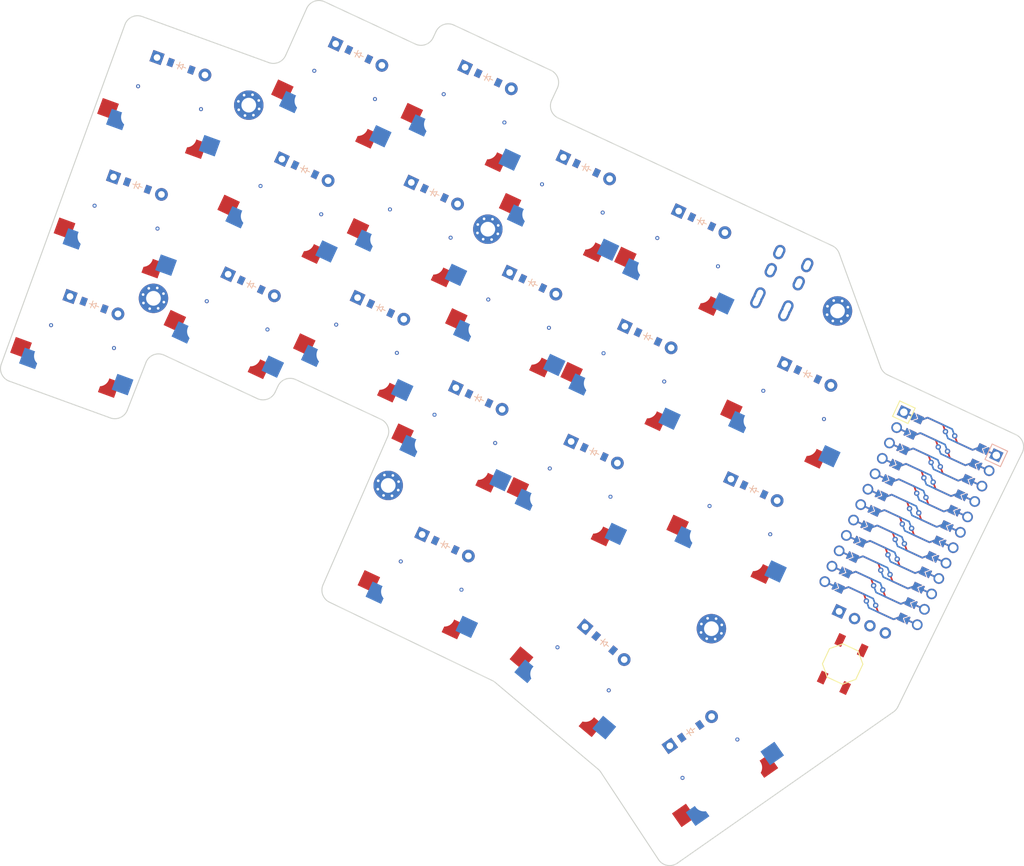
<source format=kicad_pcb>
(kicad_pcb (version 20171130) (host pcbnew 5.1.6)
  (title_block (title cornish) (rev v1.0.0) (company Unknown))
  (layers (0 F.Cu signal) (31 B.Cu signal) (34 B.Paste user) (35 F.Paste user) (36 B.SilkS user) (37 F.SilkS user) (38 B.Mask user) (39 F.Mask user) (44 Edge.Cuts user))
  (net 0 "")
  (net 1 "P9")
  (net 2 "pinky_bottom")
  (net 3 "pinky_home")
  (net 4 "pinky_top")
  (net 5 "P10")
  (net 6 "ring_bottom")
  (net 7 "ring_home")
  (net 8 "ring_top")
  (net 9 "P16")
  (net 10 "middle_bottom")
  (net 11 "middle_home")
  (net 12 "middle_top")
  (net 13 "P14")
  (net 14 "index_bottom")
  (net 15 "index_home")
  (net 16 "index_top")
  (net 17 "P15")
  (net 18 "index2_bottom")
  (net 19 "index2_home")
  (net 20 "index2_top")
  (net 21 "mod_cluster")
  (net 22 "layer_cluster")
  (net 23 "P18")
  (net 24 "space_cluster")
  (net 25 "media_one")
  (net 26 "media_two")
  (net 27 "P19")
  (net 28 "P20")
  (net 29 "P21")
  (net 30 "P4")
  (net 31 "RAW")
  (net 32 "GND")
  (net 33 "RST")
  (net 34 "VCC")
  (net 35 "P1")
  (net 36 "P0")
  (net 37 "P2")
  (net 38 "P3")
  (net 39 "P5")
  (net 40 "P6")
  (net 41 "P7")
  (net 42 "P8")
  (module Gateron-Low-Profile-ks-33 (layer F.Cu) (at 145.2032617 127.3421093 -20)
    (fp_text reference "S1" hide)
    (fp_text value ks33 hide)
    (pad "" np_thru_hole circle (at 0 0) (size 4.9378 4.9378) (drill 4.9378) (layers *.Cu *.Mask))
    (pad "" np_thru_hole circle (at 4.40 4.70) (size 3 3) (drill 3) (layers *.Cu *.Mask))
    (pad "" np_thru_hole circle (at -2.6 5.75) (size 3 3) (drill 3) (layers *.Cu *.Mask))
    (pad 1 smd rect (at -6.27 5.75 -20) (size 2.55 2.5) (layers B.Cu B.Paste B.Mask) (net 1 "P9"))
    (pad 2 smd rect (at 8.07 4.70 -20) (size 2.55 2.5) (layers B.Cu B.Paste B.Mask) (net 2 "pinky_bottom"))
    (pad "" np_thru_hole circle (at -4.40 4.70) (size 3 3) (drill 3) (layers *.Cu *.Mask))
    (pad "" np_thru_hole circle (at 2.6 5.75) (size 3 3) (drill 3) (layers *.Cu *.Mask))
    (pad 1 smd rect (at 6.27 5.75 -20) (size 2.55 2.5) (layers F.Cu F.Paste F.Mask) (net 1 "P9"))
    (pad 2 smd rect (at -8.07 4.70 -20) (size 2.55 2.5) (layers F.Cu F.Paste F.Mask) (net 2 "pinky_bottom"))
  )
  (module Gateron-Low-Profile-ks-33 (layer F.Cu) (at 151.7016444 109.4879495 -20)
    (fp_text reference "S2" hide)
    (fp_text value ks33 hide)
    (pad "" np_thru_hole circle (at 0 0) (size 4.9378 4.9378) (drill 4.9378) (layers *.Cu *.Mask))
    (pad "" np_thru_hole circle (at 4.40 4.70) (size 3 3) (drill 3) (layers *.Cu *.Mask))
    (pad "" np_thru_hole circle (at -2.6 5.75) (size 3 3) (drill 3) (layers *.Cu *.Mask))
    (pad 1 smd rect (at -6.27 5.75 -20) (size 2.55 2.5) (layers B.Cu B.Paste B.Mask) (net 1 "P9"))
    (pad 2 smd rect (at 8.07 4.70 -20) (size 2.55 2.5) (layers B.Cu B.Paste B.Mask) (net 3 "pinky_home"))
    (pad "" np_thru_hole circle (at -4.40 4.70) (size 3 3) (drill 3) (layers *.Cu *.Mask))
    (pad "" np_thru_hole circle (at 2.6 5.75) (size 3 3) (drill 3) (layers *.Cu *.Mask))
    (pad 1 smd rect (at 6.27 5.75 -20) (size 2.55 2.5) (layers F.Cu F.Paste F.Mask) (net 1 "P9"))
    (pad 2 smd rect (at -8.07 4.70 -20) (size 2.55 2.5) (layers F.Cu F.Paste F.Mask) (net 3 "pinky_home"))
  )
  (module Gateron-Low-Profile-ks-33 (layer F.Cu) (at 158.2000272 91.6337897 -20)
    (fp_text reference "S3" hide)
    (fp_text value ks33 hide)
    (pad "" np_thru_hole circle (at 0 0) (size 4.9378 4.9378) (drill 4.9378) (layers *.Cu *.Mask))
    (pad "" np_thru_hole circle (at 4.40 4.70) (size 3 3) (drill 3) (layers *.Cu *.Mask))
    (pad "" np_thru_hole circle (at -2.6 5.75) (size 3 3) (drill 3) (layers *.Cu *.Mask))
    (pad 1 smd rect (at -6.27 5.75 -20) (size 2.55 2.5) (layers B.Cu B.Paste B.Mask) (net 1 "P9"))
    (pad 2 smd rect (at 8.07 4.70 -20) (size 2.55 2.5) (layers B.Cu B.Paste B.Mask) (net 4 "pinky_top"))
    (pad "" np_thru_hole circle (at -4.40 4.70) (size 3 3) (drill 3) (layers *.Cu *.Mask))
    (pad "" np_thru_hole circle (at 2.6 5.75) (size 3 3) (drill 3) (layers *.Cu *.Mask))
    (pad 1 smd rect (at 6.27 5.75 -20) (size 2.55 2.5) (layers F.Cu F.Paste F.Mask) (net 1 "P9"))
    (pad 2 smd rect (at -8.07 4.70 -20) (size 2.55 2.5) (layers F.Cu F.Paste F.Mask) (net 4 "pinky_top"))
  )
  (module Gateron-Low-Profile-ks-33 (layer F.Cu) (at 168.2924095 124.1656697 -25)
    (fp_text reference "S4" hide)
    (fp_text value ks33 hide)
    (pad "" np_thru_hole circle (at 0 0) (size 4.9378 4.9378) (drill 4.9378) (layers *.Cu *.Mask))
    (pad "" np_thru_hole circle (at 4.40 4.70) (size 3 3) (drill 3) (layers *.Cu *.Mask))
    (pad "" np_thru_hole circle (at -2.6 5.75) (size 3 3) (drill 3) (layers *.Cu *.Mask))
    (pad 1 smd rect (at -6.27 5.75 -25) (size 2.55 2.5) (layers B.Cu B.Paste B.Mask) (net 5 "P10"))
    (pad 2 smd rect (at 8.07 4.70 -25) (size 2.55 2.5) (layers B.Cu B.Paste B.Mask) (net 6 "ring_bottom"))
    (pad "" np_thru_hole circle (at -4.40 4.70) (size 3 3) (drill 3) (layers *.Cu *.Mask))
    (pad "" np_thru_hole circle (at 2.6 5.75) (size 3 3) (drill 3) (layers *.Cu *.Mask))
    (pad 1 smd rect (at 6.27 5.75 -25) (size 2.55 2.5) (layers F.Cu F.Paste F.Mask) (net 5 "P10"))
    (pad 2 smd rect (at -8.07 4.70 -25) (size 2.55 2.5) (layers F.Cu F.Paste F.Mask) (net 6 "ring_bottom"))
  )
  (module Gateron-Low-Profile-ks-33 (layer F.Cu) (at 176.3221565 106.9458218 -25)
    (fp_text reference "S5" hide)
    (fp_text value ks33 hide)
    (pad "" np_thru_hole circle (at 0 0) (size 4.9378 4.9378) (drill 4.9378) (layers *.Cu *.Mask))
    (pad "" np_thru_hole circle (at 4.40 4.70) (size 3 3) (drill 3) (layers *.Cu *.Mask))
    (pad "" np_thru_hole circle (at -2.6 5.75) (size 3 3) (drill 3) (layers *.Cu *.Mask))
    (pad 1 smd rect (at -6.27 5.75 -25) (size 2.55 2.5) (layers B.Cu B.Paste B.Mask) (net 5 "P10"))
    (pad 2 smd rect (at 8.07 4.70 -25) (size 2.55 2.5) (layers B.Cu B.Paste B.Mask) (net 7 "ring_home"))
    (pad "" np_thru_hole circle (at -4.40 4.70) (size 3 3) (drill 3) (layers *.Cu *.Mask))
    (pad "" np_thru_hole circle (at 2.6 5.75) (size 3 3) (drill 3) (layers *.Cu *.Mask))
    (pad 1 smd rect (at 6.27 5.75 -25) (size 2.55 2.5) (layers F.Cu F.Paste F.Mask) (net 5 "P10"))
    (pad 2 smd rect (at -8.07 4.70 -25) (size 2.55 2.5) (layers F.Cu F.Paste F.Mask) (net 7 "ring_home"))
  )
  (module Gateron-Low-Profile-ks-33 (layer F.Cu) (at 184.3519034 89.7259738 -25)
    (fp_text reference "S6" hide)
    (fp_text value ks33 hide)
    (pad "" np_thru_hole circle (at 0 0) (size 4.9378 4.9378) (drill 4.9378) (layers *.Cu *.Mask))
    (pad "" np_thru_hole circle (at 4.40 4.70) (size 3 3) (drill 3) (layers *.Cu *.Mask))
    (pad "" np_thru_hole circle (at -2.6 5.75) (size 3 3) (drill 3) (layers *.Cu *.Mask))
    (pad 1 smd rect (at -6.27 5.75 -25) (size 2.55 2.5) (layers B.Cu B.Paste B.Mask) (net 5 "P10"))
    (pad 2 smd rect (at 8.07 4.70 -25) (size 2.55 2.5) (layers B.Cu B.Paste B.Mask) (net 8 "ring_top"))
    (pad "" np_thru_hole circle (at -4.40 4.70) (size 3 3) (drill 3) (layers *.Cu *.Mask))
    (pad "" np_thru_hole circle (at 2.6 5.75) (size 3 3) (drill 3) (layers *.Cu *.Mask))
    (pad 1 smd rect (at 6.27 5.75 -25) (size 2.55 2.5) (layers F.Cu F.Paste F.Mask) (net 5 "P10"))
    (pad 2 smd rect (at -8.07 4.70 -25) (size 2.55 2.5) (layers F.Cu F.Paste F.Mask) (net 8 "ring_top"))
  )
  (module Gateron-Low-Profile-ks-33 (layer F.Cu) (at 187.6253488 127.6638779 -25)
    (fp_text reference "S7" hide)
    (fp_text value ks33 hide)
    (pad "" np_thru_hole circle (at 0 0) (size 4.9378 4.9378) (drill 4.9378) (layers *.Cu *.Mask))
    (pad "" np_thru_hole circle (at 4.40 4.70) (size 3 3) (drill 3) (layers *.Cu *.Mask))
    (pad "" np_thru_hole circle (at -2.6 5.75) (size 3 3) (drill 3) (layers *.Cu *.Mask))
    (pad 1 smd rect (at -6.27 5.75 -25) (size 2.55 2.5) (layers B.Cu B.Paste B.Mask) (net 9 "P16"))
    (pad 2 smd rect (at 8.07 4.70 -25) (size 2.55 2.5) (layers B.Cu B.Paste B.Mask) (net 10 "middle_bottom"))
    (pad "" np_thru_hole circle (at -4.40 4.70) (size 3 3) (drill 3) (layers *.Cu *.Mask))
    (pad "" np_thru_hole circle (at 2.6 5.75) (size 3 3) (drill 3) (layers *.Cu *.Mask))
    (pad 1 smd rect (at 6.27 5.75 -25) (size 2.55 2.5) (layers F.Cu F.Paste F.Mask) (net 9 "P16"))
    (pad 2 smd rect (at -8.07 4.70 -25) (size 2.55 2.5) (layers F.Cu F.Paste F.Mask) (net 10 "middle_bottom"))
  )
  (module Gateron-Low-Profile-ks-33 (layer F.Cu) (at 195.6550957 110.4440299 -25)
    (fp_text reference "S8" hide)
    (fp_text value ks33 hide)
    (pad "" np_thru_hole circle (at 0 0) (size 4.9378 4.9378) (drill 4.9378) (layers *.Cu *.Mask))
    (pad "" np_thru_hole circle (at 4.40 4.70) (size 3 3) (drill 3) (layers *.Cu *.Mask))
    (pad "" np_thru_hole circle (at -2.6 5.75) (size 3 3) (drill 3) (layers *.Cu *.Mask))
    (pad 1 smd rect (at -6.27 5.75 -25) (size 2.55 2.5) (layers B.Cu B.Paste B.Mask) (net 9 "P16"))
    (pad 2 smd rect (at 8.07 4.70 -25) (size 2.55 2.5) (layers B.Cu B.Paste B.Mask) (net 11 "middle_home"))
    (pad "" np_thru_hole circle (at -4.40 4.70) (size 3 3) (drill 3) (layers *.Cu *.Mask))
    (pad "" np_thru_hole circle (at 2.6 5.75) (size 3 3) (drill 3) (layers *.Cu *.Mask))
    (pad 1 smd rect (at 6.27 5.75 -25) (size 2.55 2.5) (layers F.Cu F.Paste F.Mask) (net 9 "P16"))
    (pad 2 smd rect (at -8.07 4.70 -25) (size 2.55 2.5) (layers F.Cu F.Paste F.Mask) (net 11 "middle_home"))
  )
  (module Gateron-Low-Profile-ks-33 (layer F.Cu) (at 203.6848427 93.2241819 -25)
    (fp_text reference "S9" hide)
    (fp_text value ks33 hide)
    (pad "" np_thru_hole circle (at 0 0) (size 4.9378 4.9378) (drill 4.9378) (layers *.Cu *.Mask))
    (pad "" np_thru_hole circle (at 4.40 4.70) (size 3 3) (drill 3) (layers *.Cu *.Mask))
    (pad "" np_thru_hole circle (at -2.6 5.75) (size 3 3) (drill 3) (layers *.Cu *.Mask))
    (pad 1 smd rect (at -6.27 5.75 -25) (size 2.55 2.5) (layers B.Cu B.Paste B.Mask) (net 9 "P16"))
    (pad 2 smd rect (at 8.07 4.70 -25) (size 2.55 2.5) (layers B.Cu B.Paste B.Mask) (net 12 "middle_top"))
    (pad "" np_thru_hole circle (at -4.40 4.70) (size 3 3) (drill 3) (layers *.Cu *.Mask))
    (pad "" np_thru_hole circle (at 2.6 5.75) (size 3 3) (drill 3) (layers *.Cu *.Mask))
    (pad 1 smd rect (at 6.27 5.75 -25) (size 2.55 2.5) (layers F.Cu F.Paste F.Mask) (net 9 "P16"))
    (pad 2 smd rect (at -8.07 4.70 -25) (size 2.55 2.5) (layers F.Cu F.Paste F.Mask) (net 12 "middle_top"))
  )
  (module Gateron-Low-Profile-ks-33 (layer F.Cu) (at 202.3094871 141.1314716 -25)
    (fp_text reference "S10" hide)
    (fp_text value ks33 hide)
    (pad "" np_thru_hole circle (at 0 0) (size 4.9378 4.9378) (drill 4.9378) (layers *.Cu *.Mask))
    (pad "" np_thru_hole circle (at 4.40 4.70) (size 3 3) (drill 3) (layers *.Cu *.Mask))
    (pad "" np_thru_hole circle (at -2.6 5.75) (size 3 3) (drill 3) (layers *.Cu *.Mask))
    (pad 1 smd rect (at -6.27 5.75 -25) (size 2.55 2.5) (layers B.Cu B.Paste B.Mask) (net 13 "P14"))
    (pad 2 smd rect (at 8.07 4.70 -25) (size 2.55 2.5) (layers B.Cu B.Paste B.Mask) (net 14 "index_bottom"))
    (pad "" np_thru_hole circle (at -4.40 4.70) (size 3 3) (drill 3) (layers *.Cu *.Mask))
    (pad "" np_thru_hole circle (at 2.6 5.75) (size 3 3) (drill 3) (layers *.Cu *.Mask))
    (pad 1 smd rect (at 6.27 5.75 -25) (size 2.55 2.5) (layers F.Cu F.Paste F.Mask) (net 13 "P14"))
    (pad 2 smd rect (at -8.07 4.70 -25) (size 2.55 2.5) (layers F.Cu F.Paste F.Mask) (net 14 "index_bottom"))
  )
  (module Gateron-Low-Profile-ks-33 (layer F.Cu) (at 210.3392341 123.9116236 -25)
    (fp_text reference "S11" hide)
    (fp_text value ks33 hide)
    (pad "" np_thru_hole circle (at 0 0) (size 4.9378 4.9378) (drill 4.9378) (layers *.Cu *.Mask))
    (pad "" np_thru_hole circle (at 4.40 4.70) (size 3 3) (drill 3) (layers *.Cu *.Mask))
    (pad "" np_thru_hole circle (at -2.6 5.75) (size 3 3) (drill 3) (layers *.Cu *.Mask))
    (pad 1 smd rect (at -6.27 5.75 -25) (size 2.55 2.5) (layers B.Cu B.Paste B.Mask) (net 13 "P14"))
    (pad 2 smd rect (at 8.07 4.70 -25) (size 2.55 2.5) (layers B.Cu B.Paste B.Mask) (net 15 "index_home"))
    (pad "" np_thru_hole circle (at -4.40 4.70) (size 3 3) (drill 3) (layers *.Cu *.Mask))
    (pad "" np_thru_hole circle (at 2.6 5.75) (size 3 3) (drill 3) (layers *.Cu *.Mask))
    (pad 1 smd rect (at 6.27 5.75 -25) (size 2.55 2.5) (layers F.Cu F.Paste F.Mask) (net 13 "P14"))
    (pad 2 smd rect (at -8.07 4.70 -25) (size 2.55 2.5) (layers F.Cu F.Paste F.Mask) (net 15 "index_home"))
  )
  (module Gateron-Low-Profile-ks-33 (layer F.Cu) (at 218.3689811 106.6917756 -25)
    (fp_text reference "S12" hide)
    (fp_text value ks33 hide)
    (pad "" np_thru_hole circle (at 0 0) (size 4.9378 4.9378) (drill 4.9378) (layers *.Cu *.Mask))
    (pad "" np_thru_hole circle (at 4.40 4.70) (size 3 3) (drill 3) (layers *.Cu *.Mask))
    (pad "" np_thru_hole circle (at -2.6 5.75) (size 3 3) (drill 3) (layers *.Cu *.Mask))
    (pad 1 smd rect (at -6.27 5.75 -25) (size 2.55 2.5) (layers B.Cu B.Paste B.Mask) (net 13 "P14"))
    (pad 2 smd rect (at 8.07 4.70 -25) (size 2.55 2.5) (layers B.Cu B.Paste B.Mask) (net 16 "index_top"))
    (pad "" np_thru_hole circle (at -4.40 4.70) (size 3 3) (drill 3) (layers *.Cu *.Mask))
    (pad "" np_thru_hole circle (at 2.6 5.75) (size 3 3) (drill 3) (layers *.Cu *.Mask))
    (pad 1 smd rect (at 6.27 5.75 -25) (size 2.55 2.5) (layers F.Cu F.Paste F.Mask) (net 13 "P14"))
    (pad 2 smd rect (at -8.07 4.70 -25) (size 2.55 2.5) (layers F.Cu F.Paste F.Mask) (net 16 "index_top"))
  )
  (module Gateron-Low-Profile-ks-33 (layer F.Cu) (at 219.529335 149.1612185 -25)
    (fp_text reference "S13" hide)
    (fp_text value ks33 hide)
    (pad "" np_thru_hole circle (at 0 0) (size 4.9378 4.9378) (drill 4.9378) (layers *.Cu *.Mask))
    (pad "" np_thru_hole circle (at 4.40 4.70) (size 3 3) (drill 3) (layers *.Cu *.Mask))
    (pad "" np_thru_hole circle (at -2.6 5.75) (size 3 3) (drill 3) (layers *.Cu *.Mask))
    (pad 1 smd rect (at -6.27 5.75 -25) (size 2.55 2.5) (layers B.Cu B.Paste B.Mask) (net 17 "P15"))
    (pad 2 smd rect (at 8.07 4.70 -25) (size 2.55 2.5) (layers B.Cu B.Paste B.Mask) (net 18 "index2_bottom"))
    (pad "" np_thru_hole circle (at -4.40 4.70) (size 3 3) (drill 3) (layers *.Cu *.Mask))
    (pad "" np_thru_hole circle (at 2.6 5.75) (size 3 3) (drill 3) (layers *.Cu *.Mask))
    (pad 1 smd rect (at 6.27 5.75 -25) (size 2.55 2.5) (layers F.Cu F.Paste F.Mask) (net 17 "P15"))
    (pad 2 smd rect (at -8.07 4.70 -25) (size 2.55 2.5) (layers F.Cu F.Paste F.Mask) (net 18 "index2_bottom"))
  )
  (module Gateron-Low-Profile-ks-33 (layer F.Cu) (at 227.559082 131.9413705 -25)
    (fp_text reference "S14" hide)
    (fp_text value ks33 hide)
    (pad "" np_thru_hole circle (at 0 0) (size 4.9378 4.9378) (drill 4.9378) (layers *.Cu *.Mask))
    (pad "" np_thru_hole circle (at 4.40 4.70) (size 3 3) (drill 3) (layers *.Cu *.Mask))
    (pad "" np_thru_hole circle (at -2.6 5.75) (size 3 3) (drill 3) (layers *.Cu *.Mask))
    (pad 1 smd rect (at -6.27 5.75 -25) (size 2.55 2.5) (layers B.Cu B.Paste B.Mask) (net 17 "P15"))
    (pad 2 smd rect (at 8.07 4.70 -25) (size 2.55 2.5) (layers B.Cu B.Paste B.Mask) (net 19 "index2_home"))
    (pad "" np_thru_hole circle (at -4.40 4.70) (size 3 3) (drill 3) (layers *.Cu *.Mask))
    (pad "" np_thru_hole circle (at 2.6 5.75) (size 3 3) (drill 3) (layers *.Cu *.Mask))
    (pad 1 smd rect (at 6.27 5.75 -25) (size 2.55 2.5) (layers F.Cu F.Paste F.Mask) (net 17 "P15"))
    (pad 2 smd rect (at -8.07 4.70 -25) (size 2.55 2.5) (layers F.Cu F.Paste F.Mask) (net 19 "index2_home"))
  )
  (module Gateron-Low-Profile-ks-33 (layer F.Cu) (at 235.588829 114.7215225 -25)
    (fp_text reference "S15" hide)
    (fp_text value ks33 hide)
    (pad "" np_thru_hole circle (at 0 0) (size 4.9378 4.9378) (drill 4.9378) (layers *.Cu *.Mask))
    (pad "" np_thru_hole circle (at 4.40 4.70) (size 3 3) (drill 3) (layers *.Cu *.Mask))
    (pad "" np_thru_hole circle (at -2.6 5.75) (size 3 3) (drill 3) (layers *.Cu *.Mask))
    (pad 1 smd rect (at -6.27 5.75 -25) (size 2.55 2.5) (layers B.Cu B.Paste B.Mask) (net 17 "P15"))
    (pad 2 smd rect (at 8.07 4.70 -25) (size 2.55 2.5) (layers B.Cu B.Paste B.Mask) (net 20 "index2_top"))
    (pad "" np_thru_hole circle (at -4.40 4.70) (size 3 3) (drill 3) (layers *.Cu *.Mask))
    (pad "" np_thru_hole circle (at 2.6 5.75) (size 3 3) (drill 3) (layers *.Cu *.Mask))
    (pad 1 smd rect (at 6.27 5.75 -25) (size 2.55 2.5) (layers F.Cu F.Paste F.Mask) (net 17 "P15"))
    (pad 2 smd rect (at -8.07 4.70 -25) (size 2.55 2.5) (layers F.Cu F.Paste F.Mask) (net 20 "index2_top"))
  )
  (module Gateron-Low-Profile-ks-33 (layer F.Cu) (at 197.2715319 163.0565486 -25)
    (fp_text reference "S16" hide)
    (fp_text value ks33 hide)
    (pad "" np_thru_hole circle (at 0 0) (size 4.9378 4.9378) (drill 4.9378) (layers *.Cu *.Mask))
    (pad "" np_thru_hole circle (at 4.40 4.70) (size 3 3) (drill 3) (layers *.Cu *.Mask))
    (pad "" np_thru_hole circle (at -2.6 5.75) (size 3 3) (drill 3) (layers *.Cu *.Mask))
    (pad 1 smd rect (at -6.27 5.75 -25) (size 2.55 2.5) (layers B.Cu B.Paste B.Mask) (net 13 "P14"))
    (pad 2 smd rect (at 8.07 4.70 -25) (size 2.55 2.5) (layers B.Cu B.Paste B.Mask) (net 21 "mod_cluster"))
    (pad "" np_thru_hole circle (at -4.40 4.70) (size 3 3) (drill 3) (layers *.Cu *.Mask))
    (pad "" np_thru_hole circle (at 2.6 5.75) (size 3 3) (drill 3) (layers *.Cu *.Mask))
    (pad 1 smd rect (at 6.27 5.75 -25) (size 2.55 2.5) (layers F.Cu F.Paste F.Mask) (net 13 "P14"))
    (pad 2 smd rect (at -8.07 4.70 -25) (size 2.55 2.5) (layers F.Cu F.Paste F.Mask) (net 21 "mod_cluster"))
  )
  (module Gateron-Low-Profile-ks-33 (layer F.Cu) (at 219.9769478 176.994641 -40)
    (fp_text reference "S17" hide)
    (fp_text value ks33 hide)
    (pad "" np_thru_hole circle (at 0 0) (size 4.9378 4.9378) (drill 4.9378) (layers *.Cu *.Mask))
    (pad "" np_thru_hole circle (at 4.40 4.70) (size 3 3) (drill 3) (layers *.Cu *.Mask))
    (pad "" np_thru_hole circle (at -2.6 5.75) (size 3 3) (drill 3) (layers *.Cu *.Mask))
    (pad 1 smd rect (at -6.27 5.75 -40) (size 2.55 2.5) (layers B.Cu B.Paste B.Mask) (net 17 "P15"))
    (pad 2 smd rect (at 8.07 4.70 -40) (size 2.55 2.5) (layers B.Cu B.Paste B.Mask) (net 22 "layer_cluster"))
    (pad "" np_thru_hole circle (at -4.40 4.70) (size 3 3) (drill 3) (layers *.Cu *.Mask))
    (pad "" np_thru_hole circle (at 2.6 5.75) (size 3 3) (drill 3) (layers *.Cu *.Mask))
    (pad 1 smd rect (at 6.27 5.75 -40) (size 2.55 2.5) (layers F.Cu F.Paste F.Mask) (net 17 "P15"))
    (pad 2 smd rect (at -8.07 4.70 -40) (size 2.55 2.5) (layers F.Cu F.Paste F.Mask) (net 22 "layer_cluster"))
  )
  (module Gateron-Low-Profile-ks-33 (layer F.Cu) (at 238.9189615 190.4252029 35)
    (fp_text reference "S18" hide)
    (fp_text value ks33 hide)
    (pad "" np_thru_hole circle (at 0 0) (size 4.9378 4.9378) (drill 4.9378) (layers *.Cu *.Mask))
    (pad "" np_thru_hole circle (at 4.40 4.70) (size 3 3) (drill 3) (layers *.Cu *.Mask))
    (pad "" np_thru_hole circle (at -2.6 5.75) (size 3 3) (drill 3) (layers *.Cu *.Mask))
    (pad 1 smd rect (at -6.27 5.75 35) (size 2.55 2.5) (layers B.Cu B.Paste B.Mask) (net 23 "P18"))
    (pad 2 smd rect (at 8.07 4.70 35) (size 2.55 2.5) (layers B.Cu B.Paste B.Mask) (net 24 "space_cluster"))
    (pad "" np_thru_hole circle (at -4.40 4.70) (size 3 3) (drill 3) (layers *.Cu *.Mask))
    (pad "" np_thru_hole circle (at 2.6 5.75) (size 3 3) (drill 3) (layers *.Cu *.Mask))
    (pad 1 smd rect (at 6.27 5.75 35) (size 2.55 2.5) (layers F.Cu F.Paste F.Mask) (net 23 "P18"))
    (pad 2 smd rect (at -8.07 4.70 35) (size 2.55 2.5) (layers F.Cu F.Paste F.Mask) (net 24 "space_cluster"))
  )
  (module Gateron-Low-Profile-ks-33 (layer F.Cu) (at 243.3938133 154.7725178 -25)
    (fp_text reference "S19" hide)
    (fp_text value ks33 hide)
    (pad "" np_thru_hole circle (at 0 0) (size 4.9378 4.9378) (drill 4.9378) (layers *.Cu *.Mask))
    (pad "" np_thru_hole circle (at 4.40 4.70) (size 3 3) (drill 3) (layers *.Cu *.Mask))
    (pad "" np_thru_hole circle (at -2.6 5.75) (size 3 3) (drill 3) (layers *.Cu *.Mask))
    (pad 1 smd rect (at -6.27 5.75 -25) (size 2.55 2.5) (layers B.Cu B.Paste B.Mask) (net 23 "P18"))
    (pad 2 smd rect (at 8.07 4.70 -25) (size 2.55 2.5) (layers B.Cu B.Paste B.Mask) (net 25 "media_one"))
    (pad "" np_thru_hole circle (at -4.40 4.70) (size 3 3) (drill 3) (layers *.Cu *.Mask))
    (pad "" np_thru_hole circle (at 2.6 5.75) (size 3 3) (drill 3) (layers *.Cu *.Mask))
    (pad 1 smd rect (at 6.27 5.75 -25) (size 2.55 2.5) (layers F.Cu F.Paste F.Mask) (net 23 "P18"))
    (pad 2 smd rect (at -8.07 4.70 -25) (size 2.55 2.5) (layers F.Cu F.Paste F.Mask) (net 25 "media_one"))
  )
  (module Gateron-Low-Profile-ks-33 (layer F.Cu) (at 251.4235602 137.5526698 -25)
    (fp_text reference "S20" hide)
    (fp_text value ks33 hide)
    (pad "" np_thru_hole circle (at 0 0) (size 4.9378 4.9378) (drill 4.9378) (layers *.Cu *.Mask))
    (pad "" np_thru_hole circle (at 4.40 4.70) (size 3 3) (drill 3) (layers *.Cu *.Mask))
    (pad "" np_thru_hole circle (at -2.6 5.75) (size 3 3) (drill 3) (layers *.Cu *.Mask))
    (pad 1 smd rect (at -6.27 5.75 -25) (size 2.55 2.5) (layers B.Cu B.Paste B.Mask) (net 23 "P18"))
    (pad 2 smd rect (at 8.07 4.70 -25) (size 2.55 2.5) (layers B.Cu B.Paste B.Mask) (net 26 "media_two"))
    (pad "" np_thru_hole circle (at -4.40 4.70) (size 3 3) (drill 3) (layers *.Cu *.Mask))
    (pad "" np_thru_hole circle (at 2.6 5.75) (size 3 3) (drill 3) (layers *.Cu *.Mask))
    (pad 1 smd rect (at 6.27 5.75 -25) (size 2.55 2.5) (layers F.Cu F.Paste F.Mask) (net 23 "P18"))
    (pad 2 smd rect (at -8.07 4.70 -25) (size 2.55 2.5) (layers F.Cu F.Paste F.Mask) (net 26 "media_two"))
  )
  (module ComboDiode (layer F.Cu) (at 146.9133624 122.6436462 -20)
    (fp_text reference "D1" hide)
    (fp_text value "" hide)
    (pad 1 smd rect (at -1.65 0 -20) (size 0.9 1.2) (layers F.Cu F.Paste F.Mask) (net 27 "P19"))
    (pad 2 smd rect (at 1.65 0 -20) (size 0.9 1.2) (layers B.Cu B.Paste B.Mask) (net 2 "pinky_bottom"))
    (pad 1 smd rect (at -1.65 0 -20) (size 0.9 1.2) (layers B.Cu B.Paste B.Mask) (net 27 "P19"))
    (pad 2 smd rect (at 1.65 0 -20) (size 0.9 1.2) (layers F.Cu F.Paste F.Mask) (net 2 "pinky_bottom"))
    (pad 1 thru_hole rect (at -3.81 0 -20) (size 1.778 1.778) (drill 0.9906) (layers *.Cu *.Mask) (net 27 "P19"))
    (pad 2 thru_hole circle (at 3.81 0 -20) (size 1.905 1.905) (drill 0.9906) (layers *.Cu *.Mask) (net 2 "pinky_bottom"))
  )
  (module ComboDiode (layer F.Cu) (at 153.4117451 104.7894864 -20)
    (fp_text reference "D2" hide)
    (fp_text value "" hide)
    (pad 1 smd rect (at -1.65 0 -20) (size 0.9 1.2) (layers F.Cu F.Paste F.Mask) (net 28 "P20"))
    (pad 2 smd rect (at 1.65 0 -20) (size 0.9 1.2) (layers B.Cu B.Paste B.Mask) (net 3 "pinky_home"))
    (pad 1 smd rect (at -1.65 0 -20) (size 0.9 1.2) (layers B.Cu B.Paste B.Mask) (net 28 "P20"))
    (pad 2 smd rect (at 1.65 0 -20) (size 0.9 1.2) (layers F.Cu F.Paste F.Mask) (net 3 "pinky_home"))
    (pad 1 thru_hole rect (at -3.81 0 -20) (size 1.778 1.778) (drill 0.9906) (layers *.Cu *.Mask) (net 28 "P20"))
    (pad 2 thru_hole circle (at 3.81 0 -20) (size 1.905 1.905) (drill 0.9906) (layers *.Cu *.Mask) (net 3 "pinky_home"))
  )
  (module ComboDiode (layer F.Cu) (at 159.9101279 86.9353266 -20)
    (fp_text reference "D3" hide)
    (fp_text value "" hide)
    (pad 1 smd rect (at -1.65 0 -20) (size 0.9 1.2) (layers F.Cu F.Paste F.Mask) (net 29 "P21"))
    (pad 2 smd rect (at 1.65 0 -20) (size 0.9 1.2) (layers B.Cu B.Paste B.Mask) (net 4 "pinky_top"))
    (pad 1 smd rect (at -1.65 0 -20) (size 0.9 1.2) (layers B.Cu B.Paste B.Mask) (net 29 "P21"))
    (pad 2 smd rect (at 1.65 0 -20) (size 0.9 1.2) (layers F.Cu F.Paste F.Mask) (net 4 "pinky_top"))
    (pad 1 thru_hole rect (at -3.81 0 -20) (size 1.778 1.778) (drill 0.9906) (layers *.Cu *.Mask) (net 29 "P21"))
    (pad 2 thru_hole circle (at 3.81 0 -20) (size 1.905 1.905) (drill 0.9906) (layers *.Cu *.Mask) (net 4 "pinky_top"))
  )
  (module ComboDiode (layer F.Cu) (at 170.4055008 119.6341308 -25)
    (fp_text reference "D4" hide)
    (fp_text value "" hide)
    (pad 1 smd rect (at -1.65 0 -25) (size 0.9 1.2) (layers F.Cu F.Paste F.Mask) (net 27 "P19"))
    (pad 2 smd rect (at 1.65 0 -25) (size 0.9 1.2) (layers B.Cu B.Paste B.Mask) (net 6 "ring_bottom"))
    (pad 1 smd rect (at -1.65 0 -25) (size 0.9 1.2) (layers B.Cu B.Paste B.Mask) (net 27 "P19"))
    (pad 2 smd rect (at 1.65 0 -25) (size 0.9 1.2) (layers F.Cu F.Paste F.Mask) (net 6 "ring_bottom"))
    (pad 1 thru_hole rect (at -3.81 0 -25) (size 1.778 1.778) (drill 0.9906) (layers *.Cu *.Mask) (net 27 "P19"))
    (pad 2 thru_hole circle (at 3.81 0 -25) (size 1.905 1.905) (drill 0.9906) (layers *.Cu *.Mask) (net 6 "ring_bottom"))
  )
  (module ComboDiode (layer F.Cu) (at 178.4352478 102.4142829 -25)
    (fp_text reference "D5" hide)
    (fp_text value "" hide)
    (pad 1 smd rect (at -1.65 0 -25) (size 0.9 1.2) (layers F.Cu F.Paste F.Mask) (net 28 "P20"))
    (pad 2 smd rect (at 1.65 0 -25) (size 0.9 1.2) (layers B.Cu B.Paste B.Mask) (net 7 "ring_home"))
    (pad 1 smd rect (at -1.65 0 -25) (size 0.9 1.2) (layers B.Cu B.Paste B.Mask) (net 28 "P20"))
    (pad 2 smd rect (at 1.65 0 -25) (size 0.9 1.2) (layers F.Cu F.Paste F.Mask) (net 7 "ring_home"))
    (pad 1 thru_hole rect (at -3.81 0 -25) (size 1.778 1.778) (drill 0.9906) (layers *.Cu *.Mask) (net 28 "P20"))
    (pad 2 thru_hole circle (at 3.81 0 -25) (size 1.905 1.905) (drill 0.9906) (layers *.Cu *.Mask) (net 7 "ring_home"))
  )
  (module ComboDiode (layer F.Cu) (at 186.4649947 85.1944349 -25)
    (fp_text reference "D6" hide)
    (fp_text value "" hide)
    (pad 1 smd rect (at -1.65 0 -25) (size 0.9 1.2) (layers F.Cu F.Paste F.Mask) (net 29 "P21"))
    (pad 2 smd rect (at 1.65 0 -25) (size 0.9 1.2) (layers B.Cu B.Paste B.Mask) (net 8 "ring_top"))
    (pad 1 smd rect (at -1.65 0 -25) (size 0.9 1.2) (layers B.Cu B.Paste B.Mask) (net 29 "P21"))
    (pad 2 smd rect (at 1.65 0 -25) (size 0.9 1.2) (layers F.Cu F.Paste F.Mask) (net 8 "ring_top"))
    (pad 1 thru_hole rect (at -3.81 0 -25) (size 1.778 1.778) (drill 0.9906) (layers *.Cu *.Mask) (net 29 "P21"))
    (pad 2 thru_hole circle (at 3.81 0 -25) (size 1.905 1.905) (drill 0.9906) (layers *.Cu *.Mask) (net 8 "ring_top"))
  )
  (module ComboDiode (layer F.Cu) (at 189.73844010000002 123.132339 -25)
    (fp_text reference "D7" hide)
    (fp_text value "" hide)
    (pad 1 smd rect (at -1.65 0 -25) (size 0.9 1.2) (layers F.Cu F.Paste F.Mask) (net 27 "P19"))
    (pad 2 smd rect (at 1.65 0 -25) (size 0.9 1.2) (layers B.Cu B.Paste B.Mask) (net 10 "middle_bottom"))
    (pad 1 smd rect (at -1.65 0 -25) (size 0.9 1.2) (layers B.Cu B.Paste B.Mask) (net 27 "P19"))
    (pad 2 smd rect (at 1.65 0 -25) (size 0.9 1.2) (layers F.Cu F.Paste F.Mask) (net 10 "middle_bottom"))
    (pad 1 thru_hole rect (at -3.81 0 -25) (size 1.778 1.778) (drill 0.9906) (layers *.Cu *.Mask) (net 27 "P19"))
    (pad 2 thru_hole circle (at 3.81 0 -25) (size 1.905 1.905) (drill 0.9906) (layers *.Cu *.Mask) (net 10 "middle_bottom"))
  )
  (module ComboDiode (layer F.Cu) (at 197.768187 105.912491 -25)
    (fp_text reference "D8" hide)
    (fp_text value "" hide)
    (pad 1 smd rect (at -1.65 0 -25) (size 0.9 1.2) (layers F.Cu F.Paste F.Mask) (net 28 "P20"))
    (pad 2 smd rect (at 1.65 0 -25) (size 0.9 1.2) (layers B.Cu B.Paste B.Mask) (net 11 "middle_home"))
    (pad 1 smd rect (at -1.65 0 -25) (size 0.9 1.2) (layers B.Cu B.Paste B.Mask) (net 28 "P20"))
    (pad 2 smd rect (at 1.65 0 -25) (size 0.9 1.2) (layers F.Cu F.Paste F.Mask) (net 11 "middle_home"))
    (pad 1 thru_hole rect (at -3.81 0 -25) (size 1.778 1.778) (drill 0.9906) (layers *.Cu *.Mask) (net 28 "P20"))
    (pad 2 thru_hole circle (at 3.81 0 -25) (size 1.905 1.905) (drill 0.9906) (layers *.Cu *.Mask) (net 11 "middle_home"))
  )
  (module ComboDiode (layer F.Cu) (at 205.797934 88.692643 -25)
    (fp_text reference "D9" hide)
    (fp_text value "" hide)
    (pad 1 smd rect (at -1.65 0 -25) (size 0.9 1.2) (layers F.Cu F.Paste F.Mask) (net 29 "P21"))
    (pad 2 smd rect (at 1.65 0 -25) (size 0.9 1.2) (layers B.Cu B.Paste B.Mask) (net 12 "middle_top"))
    (pad 1 smd rect (at -1.65 0 -25) (size 0.9 1.2) (layers B.Cu B.Paste B.Mask) (net 29 "P21"))
    (pad 2 smd rect (at 1.65 0 -25) (size 0.9 1.2) (layers F.Cu F.Paste F.Mask) (net 12 "middle_top"))
    (pad 1 thru_hole rect (at -3.81 0 -25) (size 1.778 1.778) (drill 0.9906) (layers *.Cu *.Mask) (net 29 "P21"))
    (pad 2 thru_hole circle (at 3.81 0 -25) (size 1.905 1.905) (drill 0.9906) (layers *.Cu *.Mask) (net 12 "middle_top"))
  )
  (module ComboDiode (layer F.Cu) (at 204.42257840000002 136.5999327 -25)
    (fp_text reference "D10" hide)
    (fp_text value "" hide)
    (pad 1 smd rect (at -1.65 0 -25) (size 0.9 1.2) (layers F.Cu F.Paste F.Mask) (net 27 "P19"))
    (pad 2 smd rect (at 1.65 0 -25) (size 0.9 1.2) (layers B.Cu B.Paste B.Mask) (net 14 "index_bottom"))
    (pad 1 smd rect (at -1.65 0 -25) (size 0.9 1.2) (layers B.Cu B.Paste B.Mask) (net 27 "P19"))
    (pad 2 smd rect (at 1.65 0 -25) (size 0.9 1.2) (layers F.Cu F.Paste F.Mask) (net 14 "index_bottom"))
    (pad 1 thru_hole rect (at -3.81 0 -25) (size 1.778 1.778) (drill 0.9906) (layers *.Cu *.Mask) (net 27 "P19"))
    (pad 2 thru_hole circle (at 3.81 0 -25) (size 1.905 1.905) (drill 0.9906) (layers *.Cu *.Mask) (net 14 "index_bottom"))
  )
  (module ComboDiode (layer F.Cu) (at 212.4523254 119.3800847 -25)
    (fp_text reference "D11" hide)
    (fp_text value "" hide)
    (pad 1 smd rect (at -1.65 0 -25) (size 0.9 1.2) (layers F.Cu F.Paste F.Mask) (net 28 "P20"))
    (pad 2 smd rect (at 1.65 0 -25) (size 0.9 1.2) (layers B.Cu B.Paste B.Mask) (net 15 "index_home"))
    (pad 1 smd rect (at -1.65 0 -25) (size 0.9 1.2) (layers B.Cu B.Paste B.Mask) (net 28 "P20"))
    (pad 2 smd rect (at 1.65 0 -25) (size 0.9 1.2) (layers F.Cu F.Paste F.Mask) (net 15 "index_home"))
    (pad 1 thru_hole rect (at -3.81 0 -25) (size 1.778 1.778) (drill 0.9906) (layers *.Cu *.Mask) (net 28 "P20"))
    (pad 2 thru_hole circle (at 3.81 0 -25) (size 1.905 1.905) (drill 0.9906) (layers *.Cu *.Mask) (net 15 "index_home"))
  )
  (module ComboDiode (layer F.Cu) (at 220.48207240000002 102.1602367 -25)
    (fp_text reference "D12" hide)
    (fp_text value "" hide)
    (pad 1 smd rect (at -1.65 0 -25) (size 0.9 1.2) (layers F.Cu F.Paste F.Mask) (net 29 "P21"))
    (pad 2 smd rect (at 1.65 0 -25) (size 0.9 1.2) (layers B.Cu B.Paste B.Mask) (net 16 "index_top"))
    (pad 1 smd rect (at -1.65 0 -25) (size 0.9 1.2) (layers B.Cu B.Paste B.Mask) (net 29 "P21"))
    (pad 2 smd rect (at 1.65 0 -25) (size 0.9 1.2) (layers F.Cu F.Paste F.Mask) (net 16 "index_top"))
    (pad 1 thru_hole rect (at -3.81 0 -25) (size 1.778 1.778) (drill 0.9906) (layers *.Cu *.Mask) (net 29 "P21"))
    (pad 2 thru_hole circle (at 3.81 0 -25) (size 1.905 1.905) (drill 0.9906) (layers *.Cu *.Mask) (net 16 "index_top"))
  )
  (module ComboDiode (layer F.Cu) (at 221.6424263 144.6296796 -25)
    (fp_text reference "D13" hide)
    (fp_text value "" hide)
    (pad 1 smd rect (at -1.65 0 -25) (size 0.9 1.2) (layers F.Cu F.Paste F.Mask) (net 27 "P19"))
    (pad 2 smd rect (at 1.65 0 -25) (size 0.9 1.2) (layers B.Cu B.Paste B.Mask) (net 18 "index2_bottom"))
    (pad 1 smd rect (at -1.65 0 -25) (size 0.9 1.2) (layers B.Cu B.Paste B.Mask) (net 27 "P19"))
    (pad 2 smd rect (at 1.65 0 -25) (size 0.9 1.2) (layers F.Cu F.Paste F.Mask) (net 18 "index2_bottom"))
    (pad 1 thru_hole rect (at -3.81 0 -25) (size 1.778 1.778) (drill 0.9906) (layers *.Cu *.Mask) (net 27 "P19"))
    (pad 2 thru_hole circle (at 3.81 0 -25) (size 1.905 1.905) (drill 0.9906) (layers *.Cu *.Mask) (net 18 "index2_bottom"))
  )
  (module ComboDiode (layer F.Cu) (at 229.6721733 127.4098316 -25)
    (fp_text reference "D14" hide)
    (fp_text value "" hide)
    (pad 1 smd rect (at -1.65 0 -25) (size 0.9 1.2) (layers F.Cu F.Paste F.Mask) (net 28 "P20"))
    (pad 2 smd rect (at 1.65 0 -25) (size 0.9 1.2) (layers B.Cu B.Paste B.Mask) (net 19 "index2_home"))
    (pad 1 smd rect (at -1.65 0 -25) (size 0.9 1.2) (layers B.Cu B.Paste B.Mask) (net 28 "P20"))
    (pad 2 smd rect (at 1.65 0 -25) (size 0.9 1.2) (layers F.Cu F.Paste F.Mask) (net 19 "index2_home"))
    (pad 1 thru_hole rect (at -3.81 0 -25) (size 1.778 1.778) (drill 0.9906) (layers *.Cu *.Mask) (net 28 "P20"))
    (pad 2 thru_hole circle (at 3.81 0 -25) (size 1.905 1.905) (drill 0.9906) (layers *.Cu *.Mask) (net 19 "index2_home"))
  )
  (module ComboDiode (layer F.Cu) (at 237.7019203 110.1899836 -25)
    (fp_text reference "D15" hide)
    (fp_text value "" hide)
    (pad 1 smd rect (at -1.65 0 -25) (size 0.9 1.2) (layers F.Cu F.Paste F.Mask) (net 29 "P21"))
    (pad 2 smd rect (at 1.65 0 -25) (size 0.9 1.2) (layers B.Cu B.Paste B.Mask) (net 20 "index2_top"))
    (pad 1 smd rect (at -1.65 0 -25) (size 0.9 1.2) (layers B.Cu B.Paste B.Mask) (net 29 "P21"))
    (pad 2 smd rect (at 1.65 0 -25) (size 0.9 1.2) (layers F.Cu F.Paste F.Mask) (net 20 "index2_top"))
    (pad 1 thru_hole rect (at -3.81 0 -25) (size 1.778 1.778) (drill 0.9906) (layers *.Cu *.Mask) (net 29 "P21"))
    (pad 2 thru_hole circle (at 3.81 0 -25) (size 1.905 1.905) (drill 0.9906) (layers *.Cu *.Mask) (net 20 "index2_top"))
  )
  (module ComboDiode (layer F.Cu) (at 199.38462320000002 158.52500970000003 -25)
    (fp_text reference "D16" hide)
    (fp_text value "" hide)
    (pad 1 smd rect (at -1.65 0 -25) (size 0.9 1.2) (layers F.Cu F.Paste F.Mask) (net 30 "P4"))
    (pad 2 smd rect (at 1.65 0 -25) (size 0.9 1.2) (layers B.Cu B.Paste B.Mask) (net 21 "mod_cluster"))
    (pad 1 smd rect (at -1.65 0 -25) (size 0.9 1.2) (layers B.Cu B.Paste B.Mask) (net 30 "P4"))
    (pad 2 smd rect (at 1.65 0 -25) (size 0.9 1.2) (layers F.Cu F.Paste F.Mask) (net 21 "mod_cluster"))
    (pad 1 thru_hole rect (at -3.81 0 -25) (size 1.778 1.778) (drill 0.9906) (layers *.Cu *.Mask) (net 30 "P4"))
    (pad 2 thru_hole circle (at 3.81 0 -25) (size 1.905 1.905) (drill 0.9906) (layers *.Cu *.Mask) (net 21 "mod_cluster"))
  )
  (module ComboDiode (layer F.Cu) (at 223.19088580000002 173.1644188 -40)
    (fp_text reference "D17" hide)
    (fp_text value "" hide)
    (pad 1 smd rect (at -1.65 0 -40) (size 0.9 1.2) (layers F.Cu F.Paste F.Mask) (net 30 "P4"))
    (pad 2 smd rect (at 1.65 0 -40) (size 0.9 1.2) (layers B.Cu B.Paste B.Mask) (net 22 "layer_cluster"))
    (pad 1 smd rect (at -1.65 0 -40) (size 0.9 1.2) (layers B.Cu B.Paste B.Mask) (net 30 "P4"))
    (pad 2 smd rect (at 1.65 0 -40) (size 0.9 1.2) (layers F.Cu F.Paste F.Mask) (net 22 "layer_cluster"))
    (pad 1 thru_hole rect (at -3.81 0 -40) (size 1.778 1.778) (drill 0.9906) (layers *.Cu *.Mask) (net 30 "P4"))
    (pad 2 thru_hole circle (at 3.81 0 -40) (size 1.905 1.905) (drill 0.9906) (layers *.Cu *.Mask) (net 22 "layer_cluster"))
  )
  (module ComboDiode (layer F.Cu) (at 236.0510793 186.3294427 35)
    (fp_text reference "D18" hide)
    (fp_text value "" hide)
    (pad 1 smd rect (at -1.65 0 35) (size 0.9 1.2) (layers F.Cu F.Paste F.Mask) (net 30 "P4"))
    (pad 2 smd rect (at 1.65 0 35) (size 0.9 1.2) (layers B.Cu B.Paste B.Mask) (net 24 "space_cluster"))
    (pad 1 smd rect (at -1.65 0 35) (size 0.9 1.2) (layers B.Cu B.Paste B.Mask) (net 30 "P4"))
    (pad 2 smd rect (at 1.65 0 35) (size 0.9 1.2) (layers F.Cu F.Paste F.Mask) (net 24 "space_cluster"))
    (pad 1 thru_hole rect (at -3.81 0 35) (size 1.778 1.778) (drill 0.9906) (layers *.Cu *.Mask) (net 30 "P4"))
    (pad 2 thru_hole circle (at 3.81 0 35) (size 1.905 1.905) (drill 0.9906) (layers *.Cu *.Mask) (net 24 "space_cluster"))
  )
  (module ComboDiode (layer F.Cu) (at 245.5069046 150.24097890000002 -25)
    (fp_text reference "D19" hide)
    (fp_text value "" hide)
    (pad 1 smd rect (at -1.65 0 -25) (size 0.9 1.2) (layers F.Cu F.Paste F.Mask) (net 27 "P19"))
    (pad 2 smd rect (at 1.65 0 -25) (size 0.9 1.2) (layers B.Cu B.Paste B.Mask) (net 25 "media_one"))
    (pad 1 smd rect (at -1.65 0 -25) (size 0.9 1.2) (layers B.Cu B.Paste B.Mask) (net 27 "P19"))
    (pad 2 smd rect (at 1.65 0 -25) (size 0.9 1.2) (layers F.Cu F.Paste F.Mask) (net 25 "media_one"))
    (pad 1 thru_hole rect (at -3.81 0 -25) (size 1.778 1.778) (drill 0.9906) (layers *.Cu *.Mask) (net 27 "P19"))
    (pad 2 thru_hole circle (at 3.81 0 -25) (size 1.905 1.905) (drill 0.9906) (layers *.Cu *.Mask) (net 25 "media_one"))
  )
  (module ComboDiode (layer F.Cu) (at 253.5366515 133.0211309 -25)
    (fp_text reference "D20" hide)
    (fp_text value "" hide)
    (pad 1 smd rect (at -1.65 0 -25) (size 0.9 1.2) (layers F.Cu F.Paste F.Mask) (net 28 "P20"))
    (pad 2 smd rect (at 1.65 0 -25) (size 0.9 1.2) (layers B.Cu B.Paste B.Mask) (net 26 "media_two"))
    (pad 1 smd rect (at -1.65 0 -25) (size 0.9 1.2) (layers B.Cu B.Paste B.Mask) (net 28 "P20"))
    (pad 2 smd rect (at 1.65 0 -25) (size 0.9 1.2) (layers F.Cu F.Paste F.Mask) (net 26 "media_two"))
    (pad 1 thru_hole rect (at -3.81 0 -25) (size 1.778 1.778) (drill 0.9906) (layers *.Cu *.Mask) (net 28 "P20"))
    (pad 2 thru_hole circle (at 3.81 0 -25) (size 1.905 1.905) (drill 0.9906) (layers *.Cu *.Mask) (net 26 "media_two"))
  )
  (module VIA-0.6mm (layer F.Cu) (at 140.50479860000002 125.6320086 -20)
    (fp_text reference REF** hide)
    (fp_text value VIA-0.6mm hide)
    (pad 1 thru_hole circle (at 0 0) (size 0.6 0.6) (drill 0.3) (layers *.Cu) (net 1 "P9"))
  )
  (module VIA-0.6mm (layer F.Cu) (at 147.0031813 107.7778488 -20)
    (fp_text reference REF** hide)
    (fp_text value VIA-0.6mm hide)
    (pad 1 thru_hole circle (at 0 0) (size 0.6 0.6) (drill 0.3) (layers *.Cu) (net 1 "P9"))
  )
  (module VIA-0.6mm (layer F.Cu) (at 153.5015641 89.923689 -20)
    (fp_text reference REF** hide)
    (fp_text value VIA-0.6mm hide)
    (pad 1 thru_hole circle (at 0 0) (size 0.6 0.6) (drill 0.3) (layers *.Cu) (net 1 "P9"))
  )
  (module VIA-0.6mm (layer F.Cu) (at 163.7608706 122.0525784 -25)
    (fp_text reference REF** hide)
    (fp_text value VIA-0.6mm hide)
    (pad 1 thru_hole circle (at 0 0) (size 0.6 0.6) (drill 0.3) (layers *.Cu) (net 5 "P10"))
  )
  (module VIA-0.6mm (layer F.Cu) (at 171.79061760000002 104.83273050000001 -25)
    (fp_text reference REF** hide)
    (fp_text value VIA-0.6mm hide)
    (pad 1 thru_hole circle (at 0 0) (size 0.6 0.6) (drill 0.3) (layers *.Cu) (net 5 "P10"))
  )
  (module VIA-0.6mm (layer F.Cu) (at 179.8203645 87.61288250000001 -25)
    (fp_text reference REF** hide)
    (fp_text value VIA-0.6mm hide)
    (pad 1 thru_hole circle (at 0 0) (size 0.6 0.6) (drill 0.3) (layers *.Cu) (net 5 "P10"))
  )
  (module VIA-0.6mm (layer F.Cu) (at 183.09380990000002 125.55078660000001 -25)
    (fp_text reference REF** hide)
    (fp_text value VIA-0.6mm hide)
    (pad 1 thru_hole circle (at 0 0) (size 0.6 0.6) (drill 0.3) (layers *.Cu) (net 9 "P16"))
  )
  (module VIA-0.6mm (layer F.Cu) (at 191.12355680000002 108.33093860000001 -25)
    (fp_text reference REF** hide)
    (fp_text value VIA-0.6mm hide)
    (pad 1 thru_hole circle (at 0 0) (size 0.6 0.6) (drill 0.3) (layers *.Cu) (net 9 "P16"))
  )
  (module VIA-0.6mm (layer F.Cu) (at 199.1533038 91.11109060000001 -25)
    (fp_text reference REF** hide)
    (fp_text value VIA-0.6mm hide)
    (pad 1 thru_hole circle (at 0 0) (size 0.6 0.6) (drill 0.3) (layers *.Cu) (net 9 "P16"))
  )
  (module VIA-0.6mm (layer F.Cu) (at 197.77794820000003 139.0183803 -25)
    (fp_text reference REF** hide)
    (fp_text value VIA-0.6mm hide)
    (pad 1 thru_hole circle (at 0 0) (size 0.6 0.6) (drill 0.3) (layers *.Cu) (net 13 "P14"))
  )
  (module VIA-0.6mm (layer F.Cu) (at 205.8076952 121.7985323 -25)
    (fp_text reference REF** hide)
    (fp_text value VIA-0.6mm hide)
    (pad 1 thru_hole circle (at 0 0) (size 0.6 0.6) (drill 0.3) (layers *.Cu) (net 13 "P14"))
  )
  (module VIA-0.6mm (layer F.Cu) (at 213.83744220000003 104.5786843 -25)
    (fp_text reference REF** hide)
    (fp_text value VIA-0.6mm hide)
    (pad 1 thru_hole circle (at 0 0) (size 0.6 0.6) (drill 0.3) (layers *.Cu) (net 13 "P14"))
  )
  (module VIA-0.6mm (layer F.Cu) (at 214.99779610000002 147.04812719999998 -25)
    (fp_text reference REF** hide)
    (fp_text value VIA-0.6mm hide)
    (pad 1 thru_hole circle (at 0 0) (size 0.6 0.6) (drill 0.3) (layers *.Cu) (net 17 "P15"))
  )
  (module VIA-0.6mm (layer F.Cu) (at 223.0275431 129.8282792 -25)
    (fp_text reference REF** hide)
    (fp_text value VIA-0.6mm hide)
    (pad 1 thru_hole circle (at 0 0) (size 0.6 0.6) (drill 0.3) (layers *.Cu) (net 17 "P15"))
  )
  (module VIA-0.6mm (layer F.Cu) (at 231.05729010000002 112.60843120000001 -25)
    (fp_text reference REF** hide)
    (fp_text value VIA-0.6mm hide)
    (pad 1 thru_hole circle (at 0 0) (size 0.6 0.6) (drill 0.3) (layers *.Cu) (net 17 "P15"))
  )
  (module VIA-0.6mm (layer F.Cu) (at 192.73999300000003 160.9434573 -25)
    (fp_text reference REF** hide)
    (fp_text value VIA-0.6mm hide)
    (pad 1 thru_hole circle (at 0 0) (size 0.6 0.6) (drill 0.3) (layers *.Cu) (net 13 "P14"))
  )
  (module VIA-0.6mm (layer F.Cu) (at 216.1467256 173.780703 -40)
    (fp_text reference REF** hide)
    (fp_text value VIA-0.6mm hide)
    (pad 1 thru_hole circle (at 0 0) (size 0.6 0.6) (drill 0.3) (layers *.Cu) (net 17 "P15"))
  )
  (module VIA-0.6mm (layer F.Cu) (at 234.8232013 193.29308509999998 35)
    (fp_text reference REF** hide)
    (fp_text value VIA-0.6mm hide)
    (pad 1 thru_hole circle (at 0 0) (size 0.6 0.6) (drill 0.3) (layers *.Cu) (net 23 "P18"))
  )
  (module VIA-0.6mm (layer F.Cu) (at 238.86227440000002 152.6594265 -25)
    (fp_text reference REF** hide)
    (fp_text value VIA-0.6mm hide)
    (pad 1 thru_hole circle (at 0 0) (size 0.6 0.6) (drill 0.3) (layers *.Cu) (net 23 "P18"))
  )
  (module VIA-0.6mm (layer F.Cu) (at 246.8920213 135.43957849999998 -25)
    (fp_text reference REF** hide)
    (fp_text value VIA-0.6mm hide)
    (pad 1 thru_hole circle (at 0 0) (size 0.6 0.6) (drill 0.3) (layers *.Cu) (net 23 "P18"))
  )
  (module VIA-0.6mm (layer F.Cu) (at 149.9017248 129.05221 -20)
    (fp_text reference REF** hide)
    (fp_text value VIA-0.6mm hide)
    (pad 1 thru_hole circle (at 0 0) (size 0.6 0.6) (drill 0.3) (layers *.Cu) (net 27 "P19"))
  )
  (module VIA-0.6mm (layer F.Cu) (at 156.4001075 111.1980502 -20)
    (fp_text reference REF** hide)
    (fp_text value VIA-0.6mm hide)
    (pad 1 thru_hole circle (at 0 0) (size 0.6 0.6) (drill 0.3) (layers *.Cu) (net 28 "P20"))
  )
  (module VIA-0.6mm (layer F.Cu) (at 162.8984903 93.34389039999999 -20)
    (fp_text reference REF** hide)
    (fp_text value VIA-0.6mm hide)
    (pad 1 thru_hole circle (at 0 0) (size 0.6 0.6) (drill 0.3) (layers *.Cu) (net 29 "P21"))
  )
  (module VIA-0.6mm (layer F.Cu) (at 172.82394839999998 126.27876099999999 -25)
    (fp_text reference REF** hide)
    (fp_text value VIA-0.6mm hide)
    (pad 1 thru_hole circle (at 0 0) (size 0.6 0.6) (drill 0.3) (layers *.Cu) (net 27 "P19"))
  )
  (module VIA-0.6mm (layer F.Cu) (at 180.8536954 109.0589131 -25)
    (fp_text reference REF** hide)
    (fp_text value VIA-0.6mm hide)
    (pad 1 thru_hole circle (at 0 0) (size 0.6 0.6) (drill 0.3) (layers *.Cu) (net 28 "P20"))
  )
  (module VIA-0.6mm (layer F.Cu) (at 188.88344229999998 91.8390651 -25)
    (fp_text reference REF** hide)
    (fp_text value VIA-0.6mm hide)
    (pad 1 thru_hole circle (at 0 0) (size 0.6 0.6) (drill 0.3) (layers *.Cu) (net 29 "P21"))
  )
  (module VIA-0.6mm (layer F.Cu) (at 192.1568877 129.7769692 -25)
    (fp_text reference REF** hide)
    (fp_text value VIA-0.6mm hide)
    (pad 1 thru_hole circle (at 0 0) (size 0.6 0.6) (drill 0.3) (layers *.Cu) (net 27 "P19"))
  )
  (module VIA-0.6mm (layer F.Cu) (at 200.1866346 112.5571212 -25)
    (fp_text reference REF** hide)
    (fp_text value VIA-0.6mm hide)
    (pad 1 thru_hole circle (at 0 0) (size 0.6 0.6) (drill 0.3) (layers *.Cu) (net 28 "P20"))
  )
  (module VIA-0.6mm (layer F.Cu) (at 208.21638159999998 95.3372732 -25)
    (fp_text reference REF** hide)
    (fp_text value VIA-0.6mm hide)
    (pad 1 thru_hole circle (at 0 0) (size 0.6 0.6) (drill 0.3) (layers *.Cu) (net 29 "P21"))
  )
  (module VIA-0.6mm (layer F.Cu) (at 206.841026 143.2445629 -25)
    (fp_text reference REF** hide)
    (fp_text value VIA-0.6mm hide)
    (pad 1 thru_hole circle (at 0 0) (size 0.6 0.6) (drill 0.3) (layers *.Cu) (net 27 "P19"))
  )
  (module VIA-0.6mm (layer F.Cu) (at 214.87077299999999 126.02471489999999 -25)
    (fp_text reference REF** hide)
    (fp_text value VIA-0.6mm hide)
    (pad 1 thru_hole circle (at 0 0) (size 0.6 0.6) (drill 0.3) (layers *.Cu) (net 28 "P20"))
  )
  (module VIA-0.6mm (layer F.Cu) (at 222.90052 108.8048669 -25)
    (fp_text reference REF** hide)
    (fp_text value VIA-0.6mm hide)
    (pad 1 thru_hole circle (at 0 0) (size 0.6 0.6) (drill 0.3) (layers *.Cu) (net 29 "P21"))
  )
  (module VIA-0.6mm (layer F.Cu) (at 224.0608739 151.2743098 -25)
    (fp_text reference REF** hide)
    (fp_text value VIA-0.6mm hide)
    (pad 1 thru_hole circle (at 0 0) (size 0.6 0.6) (drill 0.3) (layers *.Cu) (net 27 "P19"))
  )
  (module VIA-0.6mm (layer F.Cu) (at 232.09062089999998 134.0544618 -25)
    (fp_text reference REF** hide)
    (fp_text value VIA-0.6mm hide)
    (pad 1 thru_hole circle (at 0 0) (size 0.6 0.6) (drill 0.3) (layers *.Cu) (net 28 "P20"))
  )
  (module VIA-0.6mm (layer F.Cu) (at 240.1203679 116.8346138 -25)
    (fp_text reference REF** hide)
    (fp_text value VIA-0.6mm hide)
    (pad 1 thru_hole circle (at 0 0) (size 0.6 0.6) (drill 0.3) (layers *.Cu) (net 29 "P21"))
  )
  (module VIA-0.6mm (layer F.Cu) (at 201.8030708 165.16963990000002 -25)
    (fp_text reference REF** hide)
    (fp_text value VIA-0.6mm hide)
    (pad 1 thru_hole circle (at 0 0) (size 0.6 0.6) (drill 0.3) (layers *.Cu) (net 30 "P4"))
  )
  (module VIA-0.6mm (layer F.Cu) (at 223.80717 180.20857900000001 -40)
    (fp_text reference REF** hide)
    (fp_text value VIA-0.6mm hide)
    (pad 1 thru_hole circle (at 0 0) (size 0.6 0.6) (drill 0.3) (layers *.Cu) (net 30 "P4"))
  )
  (module VIA-0.6mm (layer F.Cu) (at 243.0147217 187.5573207 35)
    (fp_text reference REF** hide)
    (fp_text value VIA-0.6mm hide)
    (pad 1 thru_hole circle (at 0 0) (size 0.6 0.6) (drill 0.3) (layers *.Cu) (net 30 "P4"))
  )
  (module VIA-0.6mm (layer F.Cu) (at 247.9253522 156.8856091 -25)
    (fp_text reference REF** hide)
    (fp_text value VIA-0.6mm hide)
    (pad 1 thru_hole circle (at 0 0) (size 0.6 0.6) (drill 0.3) (layers *.Cu) (net 27 "P19"))
  )
  (module VIA-0.6mm (layer F.Cu) (at 255.95509909999998 139.6657611 -25)
    (fp_text reference REF** hide)
    (fp_text value VIA-0.6mm hide)
    (pad 1 thru_hole circle (at 0 0) (size 0.6 0.6) (drill 0.3) (layers *.Cu) (net 28 "P20"))
  )
  (module ProMicro (layer F.Cu) (at 268.8876932 154.52335209999998 -115)
    (fp_text reference "_41" hide)
    (pad 2 smd custom (at -11.43 -0.762 -115) (size 0.25 0.25) (layers F.Cu) (options (clearance outline) (anchor circle)) (primitives (gr_line (start 0 0) (end 0.766 -0.766) (width 0.25)) (gr_line (start 0.766 -0.766) (end 0.766 -3.298) (width 0.25)) (gr_line (start 0.766 -3.298) (end 0 -4.064) (width 0.25))) (net 32 "GND"))
    (pad "" thru_hole circle (at -13.97 7.62) (size 1.6 1.6) (drill 1.1) (layers *.Cu *.Mask))
    (pad "" thru_hole circle (at -11.43 7.62) (size 1.6 1.6) (drill 1.1) (layers *.Cu *.Mask))
    (pad "" thru_hole circle (at -8.89 7.62) (size 1.6 1.6) (drill 1.1) (layers *.Cu *.Mask))
    (pad "" thru_hole circle (at -6.35 7.62) (size 1.6 1.6) (drill 1.1) (layers *.Cu *.Mask))
    (pad "" thru_hole circle (at -3.81 7.62) (size 1.6 1.6) (drill 1.1) (layers *.Cu *.Mask))
    (pad "" thru_hole circle (at -1.27 7.62) (size 1.6 1.6) (drill 1.1) (layers *.Cu *.Mask))
    (pad "" thru_hole circle (at 1.27 7.62) (size 1.6 1.6) (drill 1.1) (layers *.Cu *.Mask))
    (pad "" thru_hole circle (at 3.81 7.62) (size 1.6 1.6) (drill 1.1) (layers *.Cu *.Mask))
    (pad "" thru_hole circle (at 6.35 7.62) (size 1.6 1.6) (drill 1.1) (layers *.Cu *.Mask))
    (pad "" thru_hole circle (at 8.89 7.62) (size 1.6 1.6) (drill 1.1) (layers *.Cu *.Mask))
    (pad "" thru_hole circle (at 11.43 7.62) (size 1.6 1.6) (drill 1.1) (layers *.Cu *.Mask))
    (pad "" thru_hole circle (at 13.97 7.62) (size 1.6 1.6) (drill 1.1) (layers *.Cu *.Mask))
    (pad "" thru_hole circle (at 13.97 -7.62) (size 1.6 1.6) (drill 1.1) (layers *.Cu *.Mask))
    (pad "" thru_hole circle (at 11.43 -7.62) (size 1.6 1.6) (drill 1.1) (layers *.Cu *.Mask))
    (pad "" thru_hole circle (at 8.89 -7.62) (size 1.6 1.6) (drill 1.1) (layers *.Cu *.Mask))
    (pad "" thru_hole circle (at 6.35 -7.62) (size 1.6 1.6) (drill 1.1) (layers *.Cu *.Mask))
    (pad "" thru_hole circle (at 3.81 -7.62) (size 1.6 1.6) (drill 1.1) (layers *.Cu *.Mask))
    (pad "" thru_hole circle (at 1.27 -7.62) (size 1.6 1.6) (drill 1.1) (layers *.Cu *.Mask))
    (pad "" thru_hole circle (at -1.27 -7.62) (size 1.6 1.6) (drill 1.1) (layers *.Cu *.Mask))
    (pad "" thru_hole circle (at -3.81 -7.62) (size 1.6 1.6) (drill 1.1) (layers *.Cu *.Mask))
    (pad "" thru_hole circle (at -6.35 -7.62) (size 1.6 1.6) (drill 1.1) (layers *.Cu *.Mask))
    (pad "" thru_hole circle (at -8.89 -7.62) (size 1.6 1.6) (drill 1.1) (layers *.Cu *.Mask))
    (pad "" thru_hole circle (at -11.43 -7.62) (size 1.6 1.6) (drill 1.1) (layers *.Cu *.Mask))
    (pad "" thru_hole circle (at -13.97 -7.62) (size 1.6 1.6) (drill 1.1) (layers *.Cu *.Mask))
    (pad "" smd custom (at -13.97 5.842 65) (size 0.1 0.1) (layers F.Cu F.Mask) (clearance 0.1) (options (clearance outline) (anchor rect)) (primitives (gr_poly (pts (xy 0.6 -0.4) (xy -0.6 -0.4) (xy -0.6 -0.2) (xy 0 0.4) (xy 0.6 -0.2)) (width 0))))
    (pad 24 smd custom (at -13.97 4.826 65) (size 1.2 0.5) (layers F.Cu F.Mask) (net 35 "P1") (clearance 0.1) (options (clearance outline) (anchor rect)) (primitives (gr_poly (pts (xy 0.6 0) (xy -0.6 0) (xy -0.6 -1) (xy 0 -0.4) (xy 0.6 -1)) (width 0))))
    (pad "" smd custom (at -13.97 6.35 65) (size 0.25 1) (layers F.Cu) (options (clearance outline) (anchor rect)) (primitives))
    (pad "" thru_hole rect (at -13.97 7.62 -115) (size 1.6 1.6) (drill 1.1) (layers F.Cu F.Mask))
    (pad "" thru_hole rect (at -13.97 -7.62 -115) (size 1.6 1.6) (drill 1.1) (layers B.Cu B.Mask))
    (pad "" smd custom (at -11.43 6.35 65) (size 0.25 1) (layers F.Cu) (options (clearance outline) (anchor rect)) (primitives))
    (pad "" smd custom (at -11.43 5.842 65) (size 0.1 0.1) (layers F.Cu F.Mask) (clearance 0.1) (options (clearance outline) (anchor rect)) (primitives (gr_poly (pts (xy 0.6 -0.4) (xy -0.6 -0.4) (xy -0.6 -0.2) (xy 0 0.4) (xy 0.6 -0.2)) (width 0))))
    (pad 23 smd custom (at -11.43 4.826 65) (size 1.2 0.5) (layers F.Cu F.Mask) (net 36 "P0") (clearance 0.1) (options (clearance outline) (anchor rect)) (primitives (gr_poly (pts (xy 0.6 0) (xy -0.6 0) (xy -0.6 -1) (xy 0 -0.4) (xy 0.6 -1)) (width 0))))
    (pad "" smd custom (at -8.89 6.35 65) (size 0.25 1) (layers F.Cu) (options (clearance outline) (anchor rect)) (primitives))
    (pad "" smd custom (at -8.89 5.842 65) (size 0.1 0.1) (layers F.Cu F.Mask) (clearance 0.1) (options (clearance outline) (anchor rect)) (primitives (gr_poly (pts (xy 0.6 -0.4) (xy -0.6 -0.4) (xy -0.6 -0.2) (xy 0 0.4) (xy 0.6 -0.2)) (width 0))))
    (pad 22 smd custom (at -8.89 4.826 65) (size 1.2 0.5) (layers F.Cu F.Mask) (net 32 "GND") (clearance 0.1) (options (clearance outline) (anchor rect)) (primitives (gr_poly (pts (xy 0.6 0) (xy -0.6 0) (xy -0.6 -1) (xy 0 -0.4) (xy 0.6 -1)) (width 0))))
    (pad "" smd custom (at -6.35 6.35 65) (size 0.25 1) (layers F.Cu) (options (clearance outline) (anchor rect)) (primitives))
    (pad "" smd custom (at -6.35 5.842 65) (size 0.1 0.1) (layers F.Cu F.Mask) (clearance 0.1) (options (clearance outline) (anchor rect)) (primitives (gr_poly (pts (xy 0.6 -0.4) (xy -0.6 -0.4) (xy -0.6 -0.2) (xy 0 0.4) (xy 0.6 -0.2)) (width 0))))
    (pad 21 smd custom (at -6.35 4.826 65) (size 1.2 0.5) (layers F.Cu F.Mask) (net 32 "GND") (clearance 0.1) (options (clearance outline) (anchor rect)) (primitives (gr_poly (pts (xy 0.6 0) (xy -0.6 0) (xy -0.6 -1) (xy 0 -0.4) (xy 0.6 -1)) (width 0))))
    (pad "" smd custom (at -3.81 6.35 65) (size 0.25 1) (layers F.Cu) (options (clearance outline) (anchor rect)) (primitives))
    (pad "" smd custom (at -3.81 5.842 65) (size 0.1 0.1) (layers F.Cu F.Mask) (clearance 0.1) (options (clearance outline) (anchor rect)) (primitives (gr_poly (pts (xy 0.6 -0.4) (xy -0.6 -0.4) (xy -0.6 -0.2) (xy 0 0.4) (xy 0.6 -0.2)) (width 0))))
    (pad 20 smd custom (at -3.81 4.826 65) (size 1.2 0.5) (layers F.Cu F.Mask) (net 37 "P2") (clearance 0.1) (options (clearance outline) (anchor rect)) (primitives (gr_poly (pts (xy 0.6 0) (xy -0.6 0) (xy -0.6 -1) (xy 0 -0.4) (xy 0.6 -1)) (width 0))))
    (pad "" smd custom (at -1.27 6.35 65) (size 0.25 1) (layers F.Cu) (options (clearance outline) (anchor rect)) (primitives))
    (pad "" smd custom (at -1.27 5.842 65) (size 0.1 0.1) (layers F.Cu F.Mask) (clearance 0.1) (options (clearance outline) (anchor rect)) (primitives (gr_poly (pts (xy 0.6 -0.4) (xy -0.6 -0.4) (xy -0.6 -0.2) (xy 0 0.4) (xy 0.6 -0.2)) (width 0))))
    (pad 19 smd custom (at -1.27 4.826 65) (size 1.2 0.5) (layers F.Cu F.Mask) (net 38 "P3") (clearance 0.1) (options (clearance outline) (anchor rect)) (primitives (gr_poly (pts (xy 0.6 0) (xy -0.6 0) (xy -0.6 -1) (xy 0 -0.4) (xy 0.6 -1)) (width 0))))
    (pad "" smd custom (at 1.27 6.35 65) (size 0.25 1) (layers F.Cu) (options (clearance outline) (anchor rect)) (primitives))
    (pad "" smd custom (at 1.27 5.842 65) (size 0.1 0.1) (layers F.Cu F.Mask) (clearance 0.1) (options (clearance outline) (anchor rect)) (primitives (gr_poly (pts (xy 0.6 -0.4) (xy -0.6 -0.4) (xy -0.6 -0.2) (xy 0 0.4) (xy 0.6 -0.2)) (width 0))))
    (pad 18 smd custom (at 1.27 4.826 65) (size 1.2 0.5) (layers F.Cu F.Mask) (net 30 "P4") (clearance 0.1) (options (clearance outline) (anchor rect)) (primitives (gr_poly (pts (xy 0.6 0) (xy -0.6 0) (xy -0.6 -1) (xy 0 -0.4) (xy 0.6 -1)) (width 0))))
    (pad "" smd custom (at 3.81 6.35 65) (size 0.25 1) (layers F.Cu) (options (clearance outline) (anchor rect)) (primitives))
    (pad "" smd custom (at 3.81 5.842 65) (size 0.1 0.1) (layers F.Cu F.Mask) (clearance 0.1) (options (clearance outline) (anchor rect)) (primitives (gr_poly (pts (xy 0.6 -0.4) (xy -0.6 -0.4) (xy -0.6 -0.2) (xy 0 0.4) (xy 0.6 -0.2)) (width 0))))
    (pad 17 smd custom (at 3.81 4.826 65) (size 1.2 0.5) (layers F.Cu F.Mask) (net 39 "P5") (clearance 0.1) (options (clearance outline) (anchor rect)) (primitives (gr_poly (pts (xy 0.6 0) (xy -0.6 0) (xy -0.6 -1) (xy 0 -0.4) (xy 0.6 -1)) (width 0))))
    (pad "" smd custom (at 6.35 6.35 65) (size 0.25 1) (layers F.Cu) (options (clearance outline) (anchor rect)) (primitives))
    (pad "" smd custom (at 6.35 5.842 65) (size 0.1 0.1) (layers F.Cu F.Mask) (clearance 0.1) (options (clearance outline) (anchor rect)) (primitives (gr_poly (pts (xy 0.6 -0.4) (xy -0.6 -0.4) (xy -0.6 -0.2) (xy 0 0.4) (xy 0.6 -0.2)) (width 0))))
    (pad 16 smd custom (at 6.35 4.826 65) (size 1.2 0.5) (layers F.Cu F.Mask) (net 40 "P6") (clearance 0.1) (options (clearance outline) (anchor rect)) (primitives (gr_poly (pts (xy 0.6 0) (xy -0.6 0) (xy -0.6 -1) (xy 0 -0.4) (xy 0.6 -1)) (width 0))))
    (pad "" smd custom (at 8.89 6.35 65) (size 0.25 1) (layers F.Cu) (options (clearance outline) (anchor rect)) (primitives))
    (pad "" smd custom (at 8.89 5.842 65) (size 0.1 0.1) (layers F.Cu F.Mask) (clearance 0.1) (options (clearance outline) (anchor rect)) (primitives (gr_poly (pts (xy 0.6 -0.4) (xy -0.6 -0.4) (xy -0.6 -0.2) (xy 0 0.4) (xy 0.6 -0.2)) (width 0))))
    (pad 15 smd custom (at 8.89 4.826 65) (size 1.2 0.5) (layers F.Cu F.Mask) (net 41 "P7") (clearance 0.1) (options (clearance outline) (anchor rect)) (primitives (gr_poly (pts (xy 0.6 0) (xy -0.6 0) (xy -0.6 -1) (xy 0 -0.4) (xy 0.6 -1)) (width 0))))
    (pad "" smd custom (at 11.43 6.35 65) (size 0.25 1) (layers F.Cu) (options (clearance outline) (anchor rect)) (primitives))
    (pad "" smd custom (at 11.43 5.842 65) (size 0.1 0.1) (layers F.Cu F.Mask) (clearance 0.1) (options (clearance outline) (anchor rect)) (primitives (gr_poly (pts (xy 0.6 -0.4) (xy -0.6 -0.4) (xy -0.6 -0.2) (xy 0 0.4) (xy 0.6 -0.2)) (width 0))))
    (pad 14 smd custom (at 11.43 4.826 65) (size 1.2 0.5) (layers F.Cu F.Mask) (net 42 "P8") (clearance 0.1) (options (clearance outline) (anchor rect)) (primitives (gr_poly (pts (xy 0.6 0) (xy -0.6 0) (xy -0.6 -1) (xy 0 -0.4) (xy 0.6 -1)) (width 0))))
    (pad "" smd custom (at 13.97 6.35 65) (size 0.25 1) (layers F.Cu) (options (clearance outline) (anchor rect)) (primitives))
    (pad "" smd custom (at 13.97 5.842 65) (size 0.1 0.1) (layers F.Cu F.Mask) (clearance 0.1) (options (clearance outline) (anchor rect)) (primitives (gr_poly (pts (xy 0.6 -0.4) (xy -0.6 -0.4) (xy -0.6 -0.2) (xy 0 0.4) (xy 0.6 -0.2)) (width 0))))
    (pad 13 smd custom (at 13.97 4.826 65) (size 1.2 0.5) (layers F.Cu F.Mask) (net 1 "P9") (clearance 0.1) (options (clearance outline) (anchor rect)) (primitives (gr_poly (pts (xy 0.6 0) (xy -0.6 0) (xy -0.6 -1) (xy 0 -0.4) (xy 0.6 -1)) (width 0))))
    (pad 1 smd custom (at -13.97 -4.826 -115) (size 1.2 0.5) (layers F.Cu F.Mask) (net 31 "RAW") (clearance 0.1) (options (clearance outline) (anchor rect)) (primitives (gr_poly (pts (xy 0.6 0) (xy -0.6 0) (xy -0.6 -1) (xy 0 -0.4) (xy 0.6 -1)) (width 0))))
    (pad 3 smd custom (at -8.89 -4.826 -115) (size 1.2 0.5) (layers F.Cu F.Mask) (net 33 "RST") (clearance 0.1) (options (clearance outline) (anchor rect)) (primitives (gr_poly (pts (xy 0.6 0) (xy -0.6 0) (xy -0.6 -1) (xy 0 -0.4) (xy 0.6 -1)) (width 0))))
    (pad "" smd custom (at -8.89 -6.35 -115) (size 0.25 1) (layers F.Cu) (options (clearance outline) (anchor rect)) (primitives))
    (pad "" smd custom (at -8.89 -5.842 -115) (size 0.1 0.1) (layers F.Cu F.Mask) (clearance 0.1) (options (clearance outline) (anchor rect)) (primitives (gr_poly (pts (xy 0.6 -0.4) (xy -0.6 -0.4) (xy -0.6 -0.2) (xy 0 0.4) (xy 0.6 -0.2)) (width 0))))
    (pad "" smd custom (at -13.97 -5.842 -115) (size 0.1 0.1) (layers F.Cu F.Mask) (clearance 0.1) (options (clearance outline) (anchor rect)) (primitives (gr_poly (pts (xy 0.6 -0.4) (xy -0.6 -0.4) (xy -0.6 -0.2) (xy 0 0.4) (xy 0.6 -0.2)) (width 0))))
    (pad "" smd custom (at -11.43 -6.35 -115) (size 0.25 1) (layers F.Cu) (options (clearance outline) (anchor rect)) (primitives))
    (pad 2 smd custom (at -11.43 -4.826 -115) (size 1.2 0.5) (layers F.Cu F.Mask) (net 32 "GND") (clearance 0.1) (options (clearance outline) (anchor rect)) (primitives (gr_poly (pts (xy 0.6 0) (xy -0.6 0) (xy -0.6 -1) (xy 0 -0.4) (xy 0.6 -1)) (width 0))))
    (pad "" smd custom (at -13.97 -6.35 -115) (size 0.25 1) (layers F.Cu) (options (clearance outline) (anchor rect)) (primitives))
    (pad 4 smd custom (at -6.35 -4.826 -115) (size 1.2 0.5) (layers F.Cu F.Mask) (net 34 "VCC") (clearance 0.1) (options (clearance outline) (anchor rect)) (primitives (gr_poly (pts (xy 0.6 0) (xy -0.6 0) (xy -0.6 -1) (xy 0 -0.4) (xy 0.6 -1)) (width 0))))
    (pad "" smd custom (at -11.43 -5.842 -115) (size 0.1 0.1) (layers F.Cu F.Mask) (clearance 0.1) (options (clearance outline) (anchor rect)) (primitives (gr_poly (pts (xy 0.6 -0.4) (xy -0.6 -0.4) (xy -0.6 -0.2) (xy 0 0.4) (xy 0.6 -0.2)) (width 0))))
    (pad "" smd custom (at -6.35 -5.842 -115) (size 0.1 0.1) (layers F.Cu F.Mask) (clearance 0.1) (options (clearance outline) (anchor rect)) (primitives (gr_poly (pts (xy 0.6 -0.4) (xy -0.6 -0.4) (xy -0.6 -0.2) (xy 0 0.4) (xy 0.6 -0.2)) (width 0))))
    (pad 6 smd custom (at -1.27 -4.826 -115) (size 1.2 0.5) (layers F.Cu F.Mask) (net 28 "P20") (clearance 0.1) (options (clearance outline) (anchor rect)) (primitives (gr_poly (pts (xy 0.6 0) (xy -0.6 0) (xy -0.6 -1) (xy 0 -0.4) (xy 0.6 -1)) (width 0))))
    (pad 7 smd custom (at 1.27 -4.826 -115) (size 1.2 0.5) (layers F.Cu F.Mask) (net 27 "P19") (clearance 0.1) (options (clearance outline) (anchor rect)) (primitives (gr_poly (pts (xy 0.6 0) (xy -0.6 0) (xy -0.6 -1) (xy 0 -0.4) (xy 0.6 -1)) (width 0))))
    (pad "" smd custom (at 13.97 -6.35 -115) (size 0.25 1) (layers F.Cu) (options (clearance outline) (anchor rect)) (primitives))
    (pad "" smd custom (at 1.27 -5.842 -115) (size 0.1 0.1) (layers F.Cu F.Mask) (clearance 0.1) (options (clearance outline) (anchor rect)) (primitives (gr_poly (pts (xy 0.6 -0.4) (xy -0.6 -0.4) (xy -0.6 -0.2) (xy 0 0.4) (xy 0.6 -0.2)) (width 0))))
    (pad "" smd custom (at 8.89 -6.35 -115) (size 0.25 1) (layers F.Cu) (options (clearance outline) (anchor rect)) (primitives))
    (pad 8 smd custom (at 3.81 -4.826 -115) (size 1.2 0.5) (layers F.Cu F.Mask) (net 23 "P18") (clearance 0.1) (options (clearance outline) (anchor rect)) (primitives (gr_poly (pts (xy 0.6 0) (xy -0.6 0) (xy -0.6 -1) (xy 0 -0.4) (xy 0.6 -1)) (width 0))))
    (pad "" smd custom (at 1.27 -6.35 -115) (size 0.25 1) (layers F.Cu) (options (clearance outline) (anchor rect)) (primitives))
    (pad 12 smd custom (at 13.97 -4.826 -115) (size 1.2 0.5) (layers F.Cu F.Mask) (net 5 "P10") (clearance 0.1) (options (clearance outline) (anchor rect)) (primitives (gr_poly (pts (xy 0.6 0) (xy -0.6 0) (xy -0.6 -1) (xy 0 -0.4) (xy 0.6 -1)) (width 0))))
    (pad "" smd custom (at 3.81 -5.842 -115) (size 0.1 0.1) (layers F.Cu F.Mask) (clearance 0.1) (options (clearance outline) (anchor rect)) (primitives (gr_poly (pts (xy 0.6 -0.4) (xy -0.6 -0.4) (xy -0.6 -0.2) (xy 0 0.4) (xy 0.6 -0.2)) (width 0))))
    (pad "" smd custom (at 6.35 -6.35 -115) (size 0.25 1) (layers F.Cu) (options (clearance outline) (anchor rect)) (primitives))
    (pad "" smd custom (at 13.97 -5.842 -115) (size 0.1 0.1) (layers F.Cu F.Mask) (clearance 0.1) (options (clearance outline) (anchor rect)) (primitives (gr_poly (pts (xy 0.6 -0.4) (xy -0.6 -0.4) (xy -0.6 -0.2) (xy 0 0.4) (xy 0.6 -0.2)) (width 0))))
    (pad "" smd custom (at -3.81 -6.35 -115) (size 0.25 1) (layers F.Cu) (options (clearance outline) (anchor rect)) (primitives))
    (pad "" smd custom (at 3.81 -6.35 -115) (size 0.25 1) (layers F.Cu) (options (clearance outline) (anchor rect)) (primitives))
    (pad "" smd custom (at -1.27 -6.35 -115) (size 0.25 1) (layers F.Cu) (options (clearance outline) (anchor rect)) (primitives))
    (pad 9 smd custom (at 6.35 -4.826 -115) (size 1.2 0.5) (layers F.Cu F.Mask) (net 17 "P15") (clearance 0.1) (options (clearance outline) (anchor rect)) (primitives (gr_poly (pts (xy 0.6 0) (xy -0.6 0) (xy -0.6 -1) (xy 0 -0.4) (xy 0.6 -1)) (width 0))))
    (pad "" smd custom (at -6.35 -6.35 -115) (size 0.25 1) (layers F.Cu) (options (clearance outline) (anchor rect)) (primitives))
    (pad "" smd custom (at -3.81 -5.842 -115) (size 0.1 0.1) (layers F.Cu F.Mask) (clearance 0.1) (options (clearance outline) (anchor rect)) (primitives (gr_poly (pts (xy 0.6 -0.4) (xy -0.6 -0.4) (xy -0.6 -0.2) (xy 0 0.4) (xy 0.6 -0.2)) (width 0))))
    (pad "" smd custom (at -1.27 -5.842 -115) (size 0.1 0.1) (layers F.Cu F.Mask) (clearance 0.1) (options (clearance outline) (anchor rect)) (primitives (gr_poly (pts (xy 0.6 -0.4) (xy -0.6 -0.4) (xy -0.6 -0.2) (xy 0 0.4) (xy 0.6 -0.2)) (width 0))))
    (pad "" smd custom (at 6.35 -5.842 -115) (size 0.1 0.1) (layers F.Cu F.Mask) (clearance 0.1) (options (clearance outline) (anchor rect)) (primitives (gr_poly (pts (xy 0.6 -0.4) (xy -0.6 -0.4) (xy -0.6 -0.2) (xy 0 0.4) (xy 0.6 -0.2)) (width 0))))
    (pad 10 smd custom (at 8.89 -4.826 -115) (size 1.2 0.5) (layers F.Cu F.Mask) (net 13 "P14") (clearance 0.1) (options (clearance outline) (anchor rect)) (primitives (gr_poly (pts (xy 0.6 0) (xy -0.6 0) (xy -0.6 -1) (xy 0 -0.4) (xy 0.6 -1)) (width 0))))
    (pad "" smd custom (at 8.89 -5.842 -115) (size 0.1 0.1) (layers F.Cu F.Mask) (clearance 0.1) (options (clearance outline) (anchor rect)) (primitives (gr_poly (pts (xy 0.6 -0.4) (xy -0.6 -0.4) (xy -0.6 -0.2) (xy 0 0.4) (xy 0.6 -0.2)) (width 0))))
    (pad "" smd custom (at 11.43 -5.842 -115) (size 0.1 0.1) (layers F.Cu F.Mask) (clearance 0.1) (options (clearance outline) (anchor rect)) (primitives (gr_poly (pts (xy 0.6 -0.4) (xy -0.6 -0.4) (xy -0.6 -0.2) (xy 0 0.4) (xy 0.6 -0.2)) (width 0))))
    (pad 11 smd custom (at 11.43 -4.826 -115) (size 1.2 0.5) (layers F.Cu F.Mask) (net 9 "P16") (clearance 0.1) (options (clearance outline) (anchor rect)) (primitives (gr_poly (pts (xy 0.6 0) (xy -0.6 0) (xy -0.6 -1) (xy 0 -0.4) (xy 0.6 -1)) (width 0))))
    (pad "" smd custom (at 11.43 -6.35 -115) (size 0.25 1) (layers F.Cu) (options (clearance outline) (anchor rect)) (primitives))
    (pad 5 smd custom (at -3.81 -4.826 -115) (size 1.2 0.5) (layers F.Cu F.Mask) (net 29 "P21") (clearance 0.1) (options (clearance outline) (anchor rect)) (primitives (gr_poly (pts (xy 0.6 0) (xy -0.6 0) (xy -0.6 -1) (xy 0 -0.4) (xy 0.6 -1)) (width 0))))
    (pad "" smd custom (at -13.97 6.35 65) (size 0.25 1) (layers B.Cu) (options (clearance outline) (anchor rect)) (primitives))
    (pad 1 smd custom (at -13.97 4.826 65) (size 1.2 0.5) (layers B.Cu B.Mask) (net 31 "RAW") (clearance 0.1) (options (clearance outline) (anchor rect)) (primitives (gr_poly (pts (xy 0.6 0) (xy -0.6 0) (xy -0.6 -1) (xy 0 -0.4) (xy 0.6 -1)) (width 0))))
    (pad "" smd custom (at -13.97 5.842 65) (size 0.1 0.1) (layers B.Cu B.Mask) (clearance 0.1) (options (clearance outline) (anchor rect)) (primitives (gr_poly (pts (xy 0.6 -0.4) (xy -0.6 -0.4) (xy -0.6 -0.2) (xy 0 0.4) (xy 0.6 -0.2)) (width 0))))
    (pad "" smd custom (at -11.43 6.35 65) (size 0.25 1) (layers B.Cu) (options (clearance outline) (anchor rect)) (primitives))
    (pad "" smd custom (at -11.43 5.842 65) (size 0.1 0.1) (layers B.Cu B.Mask) (clearance 0.1) (options (clearance outline) (anchor rect)) (primitives (gr_poly (pts (xy 0.6 -0.4) (xy -0.6 -0.4) (xy -0.6 -0.2) (xy 0 0.4) (xy 0.6 -0.2)) (width 0))))
    (pad 2 smd custom (at -11.43 4.826 65) (size 1.2 0.5) (layers B.Cu B.Mask) (clearance 0.1) (options (clearance outline) (anchor rect)) (primitives (gr_poly (pts (xy 0.6 0) (xy -0.6 0) (xy -0.6 -1) (xy 0 -0.4) (xy 0.6 -1)) (width 0))))
    (pad "" smd custom (at -8.89 6.35 65) (size 0.25 1) (layers B.Cu) (options (clearance outline) (anchor rect)) (primitives))
    (pad "" smd custom (at -8.89 5.842 65) (size 0.1 0.1) (layers B.Cu B.Mask) (clearance 0.1) (options (clearance outline) (anchor rect)) (primitives (gr_poly (pts (xy 0.6 -0.4) (xy -0.6 -0.4) (xy -0.6 -0.2) (xy 0 0.4) (xy 0.6 -0.2)) (width 0))))
    (pad 3 smd custom (at -8.89 4.826 65) (size 1.2 0.5) (layers B.Cu B.Mask) (net 33 "RST") (clearance 0.1) (options (clearance outline) (anchor rect)) (primitives (gr_poly (pts (xy 0.6 0) (xy -0.6 0) (xy -0.6 -1) (xy 0 -0.4) (xy 0.6 -1)) (width 0))))
    (pad "" smd custom (at -6.35 6.35 65) (size 0.25 1) (layers B.Cu) (options (clearance outline) (anchor rect)) (primitives))
    (pad "" smd custom (at -6.35 5.842 65) (size 0.1 0.1) (layers B.Cu B.Mask) (clearance 0.1) (options (clearance outline) (anchor rect)) (primitives (gr_poly (pts (xy 0.6 -0.4) (xy -0.6 -0.4) (xy -0.6 -0.2) (xy 0 0.4) (xy 0.6 -0.2)) (width 0))))
    (pad 4 smd custom (at -6.35 4.826 65) (size 1.2 0.5) (layers B.Cu B.Mask) (net 34 "VCC") (clearance 0.1) (options (clearance outline) (anchor rect)) (primitives (gr_poly (pts (xy 0.6 0) (xy -0.6 0) (xy -0.6 -1) (xy 0 -0.4) (xy 0.6 -1)) (width 0))))
    (pad "" smd custom (at -3.81 6.35 65) (size 0.25 1) (layers B.Cu) (options (clearance outline) (anchor rect)) (primitives))
    (pad "" smd custom (at -3.81 5.842 65) (size 0.1 0.1) (layers B.Cu B.Mask) (clearance 0.1) (options (clearance outline) (anchor rect)) (primitives (gr_poly (pts (xy 0.6 -0.4) (xy -0.6 -0.4) (xy -0.6 -0.2) (xy 0 0.4) (xy 0.6 -0.2)) (width 0))))
    (pad 5 smd custom (at -3.81 4.826 65) (size 1.2 0.5) (layers B.Cu B.Mask) (net 29 "P21") (clearance 0.1) (options (clearance outline) (anchor rect)) (primitives (gr_poly (pts (xy 0.6 0) (xy -0.6 0) (xy -0.6 -1) (xy 0 -0.4) (xy 0.6 -1)) (width 0))))
    (pad "" smd custom (at -1.27 6.35 65) (size 0.25 1) (layers B.Cu) (options (clearance outline) (anchor rect)) (primitives))
    (pad "" smd custom (at -1.27 5.842 65) (size 0.1 0.1) (layers B.Cu B.Mask) (clearance 0.1) (options (clearance outline) (anchor rect)) (primitives (gr_poly (pts (xy 0.6 -0.4) (xy -0.6 -0.4) (xy -0.6 -0.2) (xy 0 0.4) (xy 0.6 -0.2)) (width 0))))
    (pad 6 smd custom (at -1.27 4.826 65) (size 1.2 0.5) (layers B.Cu B.Mask) (net 28 "P20") (clearance 0.1) (options (clearance outline) (anchor rect)) (primitives (gr_poly (pts (xy 0.6 0) (xy -0.6 0) (xy -0.6 -1) (xy 0 -0.4) (xy 0.6 -1)) (width 0))))
    (pad "" smd custom (at 1.27 6.35 65) (size 0.25 1) (layers B.Cu) (options (clearance outline) (anchor rect)) (primitives))
    (pad "" smd custom (at 1.27 5.842 65) (size 0.1 0.1) (layers B.Cu B.Mask) (clearance 0.1) (options (clearance outline) (anchor rect)) (primitives (gr_poly (pts (xy 0.6 -0.4) (xy -0.6 -0.4) (xy -0.6 -0.2) (xy 0 0.4) (xy 0.6 -0.2)) (width 0))))
    (pad 7 smd custom (at 1.27 4.826 65) (size 1.2 0.5) (layers B.Cu B.Mask) (net 27 "P19") (clearance 0.1) (options (clearance outline) (anchor rect)) (primitives (gr_poly (pts (xy 0.6 0) (xy -0.6 0) (xy -0.6 -1) (xy 0 -0.4) (xy 0.6 -1)) (width 0))))
    (pad "" smd custom (at 3.81 6.35 65) (size 0.25 1) (layers B.Cu) (options (clearance outline) (anchor rect)) (primitives))
    (pad "" smd custom (at 3.81 5.842 65) (size 0.1 0.1) (layers B.Cu B.Mask) (clearance 0.1) (options (clearance outline) (anchor rect)) (primitives (gr_poly (pts (xy 0.6 -0.4) (xy -0.6 -0.4) (xy -0.6 -0.2) (xy 0 0.4) (xy 0.6 -0.2)) (width 0))))
    (pad 8 smd custom (at 3.81 4.826 65) (size 1.2 0.5) (layers B.Cu B.Mask) (net 23 "P18") (clearance 0.1) (options (clearance outline) (anchor rect)) (primitives (gr_poly (pts (xy 0.6 0) (xy -0.6 0) (xy -0.6 -1) (xy 0 -0.4) (xy 0.6 -1)) (width 0))))
    (pad "" smd custom (at 6.35 6.35 65) (size 0.25 1) (layers B.Cu) (options (clearance outline) (anchor rect)) (primitives))
    (pad "" smd custom (at 6.35 5.842 65) (size 0.1 0.1) (layers B.Cu B.Mask) (clearance 0.1) (options (clearance outline) (anchor rect)) (primitives (gr_poly (pts (xy 0.6 -0.4) (xy -0.6 -0.4) (xy -0.6 -0.2) (xy 0 0.4) (xy 0.6 -0.2)) (width 0))))
    (pad 9 smd custom (at 6.35 4.826 65) (size 1.2 0.5) (layers B.Cu B.Mask) (net 17 "P15") (clearance 0.1) (options (clearance outline) (anchor rect)) (primitives (gr_poly (pts (xy 0.6 0) (xy -0.6 0) (xy -0.6 -1) (xy 0 -0.4) (xy 0.6 -1)) (width 0))))
    (pad "" smd custom (at 8.89 6.35 65) (size 0.25 1) (layers B.Cu) (options (clearance outline) (anchor rect)) (primitives))
    (pad "" smd custom (at 8.89 5.842 65) (size 0.1 0.1) (layers B.Cu B.Mask) (clearance 0.1) (options (clearance outline) (anchor rect)) (primitives (gr_poly (pts (xy 0.6 -0.4) (xy -0.6 -0.4) (xy -0.6 -0.2) (xy 0 0.4) (xy 0.6 -0.2)) (width 0))))
    (pad 10 smd custom (at 8.89 4.826 65) (size 1.2 0.5) (layers B.Cu B.Mask) (net 13 "P14") (clearance 0.1) (options (clearance outline) (anchor rect)) (primitives (gr_poly (pts (xy 0.6 0) (xy -0.6 0) (xy -0.6 -1) (xy 0 -0.4) (xy 0.6 -1)) (width 0))))
    (pad "" smd custom (at 11.43 6.35 65) (size 0.25 1) (layers B.Cu) (options (clearance outline) (anchor rect)) (primitives))
    (pad "" smd custom (at 11.43 5.842 65) (size 0.1 0.1) (layers B.Cu B.Mask) (clearance 0.1) (options (clearance outline) (anchor rect)) (primitives (gr_poly (pts (xy 0.6 -0.4) (xy -0.6 -0.4) (xy -0.6 -0.2) (xy 0 0.4) (xy 0.6 -0.2)) (width 0))))
    (pad 11 smd custom (at 11.43 4.826 65) (size 1.2 0.5) (layers B.Cu B.Mask) (net 9 "P16") (clearance 0.1) (options (clearance outline) (anchor rect)) (primitives (gr_poly (pts (xy 0.6 0) (xy -0.6 0) (xy -0.6 -1) (xy 0 -0.4) (xy 0.6 -1)) (width 0))))
    (pad "" smd custom (at 13.97 6.35 65) (size 0.25 1) (layers B.Cu) (options (clearance outline) (anchor rect)) (primitives))
    (pad "" smd custom (at 13.97 5.842 65) (size 0.1 0.1) (layers B.Cu B.Mask) (clearance 0.1) (options (clearance outline) (anchor rect)) (primitives (gr_poly (pts (xy 0.6 -0.4) (xy -0.6 -0.4) (xy -0.6 -0.2) (xy 0 0.4) (xy 0.6 -0.2)) (width 0))))
    (pad 12 smd custom (at 13.97 4.826 65) (size 1.2 0.5) (layers B.Cu B.Mask) (net 5 "P10") (clearance 0.1) (options (clearance outline) (anchor rect)) (primitives (gr_poly (pts (xy 0.6 0) (xy -0.6 0) (xy -0.6 -1) (xy 0 -0.4) (xy 0.6 -1)) (width 0))))
    (pad "" smd custom (at -13.97 -6.35 -115) (size 0.25 1) (layers B.Cu) (options (clearance outline) (anchor rect)) (primitives))
    (pad "" smd custom (at -13.97 -5.842 -115) (size 0.1 0.1) (layers B.Cu B.Mask) (clearance 0.1) (options (clearance outline) (anchor rect)) (primitives (gr_poly (pts (xy 0.6 -0.4) (xy -0.6 -0.4) (xy -0.6 -0.2) (xy 0 0.4) (xy 0.6 -0.2)) (width 0))))
    (pad 24 smd custom (at -13.97 -4.826 -115) (size 1.2 0.5) (layers B.Cu B.Mask) (net 35 "P1") (clearance 0.1) (options (clearance outline) (anchor rect)) (primitives (gr_poly (pts (xy 0.6 0) (xy -0.6 0) (xy -0.6 -1) (xy 0 -0.4) (xy 0.6 -1)) (width 0))))
    (pad 23 smd custom (at -11.43 -4.826 -115) (size 1.2 0.5) (layers B.Cu B.Mask) (net 36 "P0") (clearance 0.1) (options (clearance outline) (anchor rect)) (primitives (gr_poly (pts (xy 0.6 0) (xy -0.6 0) (xy -0.6 -1) (xy 0 -0.4) (xy 0.6 -1)) (width 0))))
    (pad "" smd custom (at -11.43 -6.35 -115) (size 0.25 1) (layers B.Cu) (options (clearance outline) (anchor rect)) (primitives))
    (pad "" smd custom (at -11.43 -5.842 -115) (size 0.1 0.1) (layers B.Cu B.Mask) (clearance 0.1) (options (clearance outline) (anchor rect)) (primitives (gr_poly (pts (xy 0.6 -0.4) (xy -0.6 -0.4) (xy -0.6 -0.2) (xy 0 0.4) (xy 0.6 -0.2)) (width 0))))
    (pad 22 smd custom (at -8.89 -4.826 -115) (size 1.2 0.5) (layers B.Cu B.Mask) (net 32 "GND") (clearance 0.1) (options (clearance outline) (anchor rect)) (primitives (gr_poly (pts (xy 0.6 0) (xy -0.6 0) (xy -0.6 -1) (xy 0 -0.4) (xy 0.6 -1)) (width 0))))
    (pad "" smd custom (at -8.89 -6.35 -115) (size 0.25 1) (layers B.Cu) (options (clearance outline) (anchor rect)) (primitives))
    (pad "" smd custom (at -8.89 -5.842 -115) (size 0.1 0.1) (layers B.Cu B.Mask) (clearance 0.1) (options (clearance outline) (anchor rect)) (primitives (gr_poly (pts (xy 0.6 -0.4) (xy -0.6 -0.4) (xy -0.6 -0.2) (xy 0 0.4) (xy 0.6 -0.2)) (width 0))))
    (pad 21 smd custom (at -6.35 -4.826 -115) (size 1.2 0.5) (layers B.Cu B.Mask) (net 32 "GND") (clearance 0.1) (options (clearance outline) (anchor rect)) (primitives (gr_poly (pts (xy 0.6 0) (xy -0.6 0) (xy -0.6 -1) (xy 0 -0.4) (xy 0.6 -1)) (width 0))))
    (pad "" smd custom (at -6.35 -6.35 -115) (size 0.25 1) (layers B.Cu) (options (clearance outline) (anchor rect)) (primitives))
    (pad "" smd custom (at -6.35 -5.842 -115) (size 0.1 0.1) (layers B.Cu B.Mask) (clearance 0.1) (options (clearance outline) (anchor rect)) (primitives (gr_poly (pts (xy 0.6 -0.4) (xy -0.6 -0.4) (xy -0.6 -0.2) (xy 0 0.4) (xy 0.6 -0.2)) (width 0))))
    (pad 20 smd custom (at -3.81 -4.826 -115) (size 1.2 0.5) (layers B.Cu B.Mask) (net 37 "P2") (clearance 0.1) (options (clearance outline) (anchor rect)) (primitives (gr_poly (pts (xy 0.6 0) (xy -0.6 0) (xy -0.6 -1) (xy 0 -0.4) (xy 0.6 -1)) (width 0))))
    (pad "" smd custom (at -3.81 -6.35 -115) (size 0.25 1) (layers B.Cu) (options (clearance outline) (anchor rect)) (primitives))
    (pad "" smd custom (at -3.81 -5.842 -115) (size 0.1 0.1) (layers B.Cu B.Mask) (clearance 0.1) (options (clearance outline) (anchor rect)) (primitives (gr_poly (pts (xy 0.6 -0.4) (xy -0.6 -0.4) (xy -0.6 -0.2) (xy 0 0.4) (xy 0.6 -0.2)) (width 0))))
    (pad 19 smd custom (at -1.27 -4.826 -115) (size 1.2 0.5) (layers B.Cu B.Mask) (net 38 "P3") (clearance 0.1) (options (clearance outline) (anchor rect)) (primitives (gr_poly (pts (xy 0.6 0) (xy -0.6 0) (xy -0.6 -1) (xy 0 -0.4) (xy 0.6 -1)) (width 0))))
    (pad "" smd custom (at -1.27 -6.35 -115) (size 0.25 1) (layers B.Cu) (options (clearance outline) (anchor rect)) (primitives))
    (pad "" smd custom (at -1.27 -5.842 -115) (size 0.1 0.1) (layers B.Cu B.Mask) (clearance 0.1) (options (clearance outline) (anchor rect)) (primitives (gr_poly (pts (xy 0.6 -0.4) (xy -0.6 -0.4) (xy -0.6 -0.2) (xy 0 0.4) (xy 0.6 -0.2)) (width 0))))
    (pad 18 smd custom (at 1.27 -4.826 -115) (size 1.2 0.5) (layers B.Cu B.Mask) (net 30 "P4") (clearance 0.1) (options (clearance outline) (anchor rect)) (primitives (gr_poly (pts (xy 0.6 0) (xy -0.6 0) (xy -0.6 -1) (xy 0 -0.4) (xy 0.6 -1)) (width 0))))
    (pad "" smd custom (at 1.27 -6.35 -115) (size 0.25 1) (layers B.Cu) (options (clearance outline) (anchor rect)) (primitives))
    (pad "" smd custom (at 1.27 -5.842 -115) (size 0.1 0.1) (layers B.Cu B.Mask) (clearance 0.1) (options (clearance outline) (anchor rect)) (primitives (gr_poly (pts (xy 0.6 -0.4) (xy -0.6 -0.4) (xy -0.6 -0.2) (xy 0 0.4) (xy 0.6 -0.2)) (width 0))))
    (pad 17 smd custom (at 3.81 -4.826 -115) (size 1.2 0.5) (layers B.Cu B.Mask) (net 39 "P5") (clearance 0.1) (options (clearance outline) (anchor rect)) (primitives (gr_poly (pts (xy 0.6 0) (xy -0.6 0) (xy -0.6 -1) (xy 0 -0.4) (xy 0.6 -1)) (width 0))))
    (pad "" smd custom (at 3.81 -6.35 -115) (size 0.25 1) (layers B.Cu) (options (clearance outline) (anchor rect)) (primitives))
    (pad "" smd custom (at 3.81 -5.842 -115) (size 0.1 0.1) (layers B.Cu B.Mask) (clearance 0.1) (options (clearance outline) (anchor rect)) (primitives (gr_poly (pts (xy 0.6 -0.4) (xy -0.6 -0.4) (xy -0.6 -0.2) (xy 0 0.4) (xy 0.6 -0.2)) (width 0))))
    (pad 16 smd custom (at 6.35 -4.826 -115) (size 1.2 0.5) (layers B.Cu B.Mask) (net 40 "P6") (clearance 0.1) (options (clearance outline) (anchor rect)) (primitives (gr_poly (pts (xy 0.6 0) (xy -0.6 0) (xy -0.6 -1) (xy 0 -0.4) (xy 0.6 -1)) (width 0))))
    (pad "" smd custom (at 6.35 -6.35 -115) (size 0.25 1) (layers B.Cu) (options (clearance outline) (anchor rect)) (primitives))
    (pad "" smd custom (at 6.35 -5.842 -115) (size 0.1 0.1) (layers B.Cu B.Mask) (clearance 0.1) (options (clearance outline) (anchor rect)) (primitives (gr_poly (pts (xy 0.6 -0.4) (xy -0.6 -0.4) (xy -0.6 -0.2) (xy 0 0.4) (xy 0.6 -0.2)) (width 0))))
    (pad 15 smd custom (at 8.89 -4.826 -115) (size 1.2 0.5) (layers B.Cu B.Mask) (net 41 "P7") (clearance 0.1) (options (clearance outline) (anchor rect)) (primitives (gr_poly (pts (xy 0.6 0) (xy -0.6 0) (xy -0.6 -1) (xy 0 -0.4) (xy 0.6 -1)) (width 0))))
    (pad "" smd custom (at 8.89 -6.35 -115) (size 0.25 1) (layers B.Cu) (options (clearance outline) (anchor rect)) (primitives))
    (pad "" smd custom (at 8.89 -5.842 -115) (size 0.1 0.1) (layers B.Cu B.Mask) (clearance 0.1) (options (clearance outline) (anchor rect)) (primitives (gr_poly (pts (xy 0.6 -0.4) (xy -0.6 -0.4) (xy -0.6 -0.2) (xy 0 0.4) (xy 0.6 -0.2)) (width 0))))
    (pad 14 smd custom (at 11.43 -4.826 -115) (size 1.2 0.5) (layers B.Cu B.Mask) (net 42 "P8") (clearance 0.1) (options (clearance outline) (anchor rect)) (primitives (gr_poly (pts (xy 0.6 0) (xy -0.6 0) (xy -0.6 -1) (xy 0 -0.4) (xy 0.6 -1)) (width 0))))
    (pad "" smd custom (at 11.43 -6.35 -115) (size 0.25 1) (layers B.Cu) (options (clearance outline) (anchor rect)) (primitives))
    (pad "" smd custom (at 11.43 -5.842 -115) (size 0.1 0.1) (layers B.Cu B.Mask) (clearance 0.1) (options (clearance outline) (anchor rect)) (primitives (gr_poly (pts (xy 0.6 -0.4) (xy -0.6 -0.4) (xy -0.6 -0.2) (xy 0 0.4) (xy 0.6 -0.2)) (width 0))))
    (pad 13 smd custom (at 13.97 -4.826 -115) (size 1.2 0.5) (layers B.Cu B.Mask) (net 1 "P9") (clearance 0.1) (options (clearance outline) (anchor rect)) (primitives (gr_poly (pts (xy 0.6 0) (xy -0.6 0) (xy -0.6 -1) (xy 0 -0.4) (xy 0.6 -1)) (width 0))))
    (pad "" smd custom (at 13.97 -6.35 -115) (size 0.25 1) (layers B.Cu) (options (clearance outline) (anchor rect)) (primitives))
    (pad "" smd custom (at 13.97 -5.842 -115) (size 0.1 0.1) (layers B.Cu B.Mask) (clearance 0.1) (options (clearance outline) (anchor rect)) (primitives (gr_poly (pts (xy 0.6 -0.4) (xy -0.6 -0.4) (xy -0.6 -0.2) (xy 0 0.4) (xy 0.6 -0.2)) (width 0))))
    (pad 23 smd custom (at -11.43 0.762 65) (size 0.25 0.25) (layers F.Cu) (net 36 "P0") (options (clearance outline) (anchor circle)) (primitives (gr_line (start 0 0) (end 0.762 -0.762) (width 0.25)) (gr_line (start 0.762 -0.762) (end 0.762 -3.302) (width 0.25)) (gr_line (start 0.762 -3.302) (end 0 -4.064) (width 0.25))))
    (pad 23 smd custom (at -11.43 0.762 65) (size 0.25 0.25) (layers B.Cu) (net 36 "P0") (options (clearance outline) (anchor circle)) (primitives (gr_line (start 0 0) (end -0.766 0.766) (width 0.25)) (gr_line (start -0.766 0.766) (end -0.766 4.822) (width 0.25)) (gr_line (start -0.766 4.822) (end 0 5.588) (width 0.25))))
    (pad 2 smd custom (at -11.43 -0.762 -115) (size 0.25 0.25) (layers B.Cu) (net 32 "GND") (options (clearance outline) (anchor circle)) (primitives (gr_line (start 0 0) (end -0.766 0.766) (width 0.25)) (gr_line (start -0.766 0.766) (end -0.766 4.822) (width 0.25)) (gr_line (start -0.766 4.822) (end 0 5.588) (width 0.25))))
    (pad 2 thru_hole circle (at -11.43 -0.762 65) (size 0.8 0.8) (drill 0.4) (layers *.Cu) (net 32 "GND"))
    (pad 23 thru_hole circle (at -11.43 0.762 65) (size 0.8 0.8) (drill 0.4) (layers *.Cu) (net 36 "P0"))
    (pad 24 thru_hole circle (at -13.97 0.762 65) (size 0.8 0.8) (drill 0.4) (layers *.Cu) (net 35 "P1"))
    (pad 1 thru_hole circle (at -13.97 -0.762 65) (size 0.8 0.8) (drill 0.4) (layers *.Cu) (net 31 "RAW"))
    (pad 24 smd custom (at -13.97 0.762 65) (size 0.25 0.25) (layers B.Cu) (net 35 "P1") (options (clearance outline) (anchor circle)) (primitives (gr_line (start 0 0) (end -0.766 0.766) (width 0.25)) (gr_line (start -0.766 0.766) (end -0.766 4.822) (width 0.25)) (gr_line (start -0.766 4.822) (end 0 5.588) (width 0.25))))
    (pad 1 smd custom (at -13.97 -0.762 -115) (size 0.25 0.25) (layers B.Cu) (net 31 "RAW") (options (clearance outline) (anchor circle)) (primitives (gr_line (start 0 0) (end -0.766 0.766) (width 0.25)) (gr_line (start -0.766 0.766) (end -0.766 4.822) (width 0.25)) (gr_line (start -0.766 4.822) (end 0 5.588) (width 0.25))))
    (pad 1 smd custom (at -13.97 -0.762 -115) (size 0.25 0.25) (layers F.Cu) (net 31 "RAW") (options (clearance outline) (anchor circle)) (primitives (gr_line (start 0 0) (end 0.766 -0.766) (width 0.25)) (gr_line (start 0.766 -0.766) (end 0.766 -3.298) (width 0.25)) (gr_line (start 0.766 -3.298) (end 0 -4.064) (width 0.25))))
    (pad 24 smd custom (at -13.97 0.762 65) (size 0.25 0.25) (layers F.Cu) (net 35 "P1") (options (clearance outline) (anchor circle)) (primitives (gr_line (start 0 0) (end 0.762 -0.762) (width 0.25)) (gr_line (start 0.762 -0.762) (end 0.762 -3.302) (width 0.25)) (gr_line (start 0.762 -3.302) (end 0 -4.064) (width 0.25))))
    (pad 22 thru_hole circle (at -8.89 0.762 65) (size 0.8 0.8) (drill 0.4) (layers *.Cu) (net 32 "GND"))
    (pad 3 thru_hole circle (at -8.89 -0.762 65) (size 0.8 0.8) (drill 0.4) (layers *.Cu) (net 33 "RST"))
    (pad 22 smd custom (at -8.89 0.762 65) (size 0.25 0.25) (layers B.Cu) (net 32 "GND") (options (clearance outline) (anchor circle)) (primitives (gr_line (start 0 0) (end -0.766 0.766) (width 0.25)) (gr_line (start -0.766 0.766) (end -0.766 4.822) (width 0.25)) (gr_line (start -0.766 4.822) (end 0 5.588) (width 0.25))))
    (pad 3 smd custom (at -8.89 -0.762 -115) (size 0.25 0.25) (layers B.Cu) (net 33 "RST") (options (clearance outline) (anchor circle)) (primitives (gr_line (start 0 0) (end -0.766 0.766) (width 0.25)) (gr_line (start -0.766 0.766) (end -0.766 4.822) (width 0.25)) (gr_line (start -0.766 4.822) (end 0 5.588) (width 0.25))))
    (pad 3 smd custom (at -8.89 -0.762 -115) (size 0.25 0.25) (layers F.Cu) (net 33 "RST") (options (clearance outline) (anchor circle)) (primitives (gr_line (start 0 0) (end 0.766 -0.766) (width 0.25)) (gr_line (start 0.766 -0.766) (end 0.766 -3.298) (width 0.25)) (gr_line (start 0.766 -3.298) (end 0 -4.064) (width 0.25))))
    (pad 22 smd custom (at -8.89 0.762 65) (size 0.25 0.25) (layers F.Cu) (net 32 "GND") (options (clearance outline) (anchor circle)) (primitives (gr_line (start 0 0) (end 0.762 -0.762) (width 0.25)) (gr_line (start 0.762 -0.762) (end 0.762 -3.302) (width 0.25)) (gr_line (start 0.762 -3.302) (end 0 -4.064) (width 0.25))))
    (pad 21 thru_hole circle (at -6.35 0.762 65) (size 0.8 0.8) (drill 0.4) (layers *.Cu) (net 32 "GND"))
    (pad 4 thru_hole circle (at -6.35 -0.762 65) (size 0.8 0.8) (drill 0.4) (layers *.Cu) (net 34 "VCC"))
    (pad 21 smd custom (at -6.35 0.762 65) (size 0.25 0.25) (layers B.Cu) (net 32 "GND") (options (clearance outline) (anchor circle)) (primitives (gr_line (start 0 0) (end -0.766 0.766) (width 0.25)) (gr_line (start -0.766 0.766) (end -0.766 4.822) (width 0.25)) (gr_line (start -0.766 4.822) (end 0 5.588) (width 0.25))))
    (pad 4 smd custom (at -6.35 -0.762 -115) (size 0.25 0.25) (layers B.Cu) (net 34 "VCC") (options (clearance outline) (anchor circle)) (primitives (gr_line (start 0 0) (end -0.766 0.766) (width 0.25)) (gr_line (start -0.766 0.766) (end -0.766 4.822) (width 0.25)) (gr_line (start -0.766 4.822) (end 0 5.588) (width 0.25))))
    (pad 4 smd custom (at -6.35 -0.762 -115) (size 0.25 0.25) (layers F.Cu) (net 34 "VCC") (options (clearance outline) (anchor circle)) (primitives (gr_line (start 0 0) (end 0.766 -0.766) (width 0.25)) (gr_line (start 0.766 -0.766) (end 0.766 -3.298) (width 0.25)) (gr_line (start 0.766 -3.298) (end 0 -4.064) (width 0.25))))
    (pad 21 smd custom (at -6.35 0.762 65) (size 0.25 0.25) (layers F.Cu) (net 32 "GND") (options (clearance outline) (anchor circle)) (primitives (gr_line (start 0 0) (end 0.762 -0.762) (width 0.25)) (gr_line (start 0.762 -0.762) (end 0.762 -3.302) (width 0.25)) (gr_line (start 0.762 -3.302) (end 0 -4.064) (width 0.25))))
    (pad 20 thru_hole circle (at -3.81 0.762 65) (size 0.8 0.8) (drill 0.4) (layers *.Cu) (net 37 "P2"))
    (pad 5 thru_hole circle (at -3.81 -0.762 65) (size 0.8 0.8) (drill 0.4) (layers *.Cu) (net 29 "P21"))
    (pad 20 smd custom (at -3.81 0.762 65) (size 0.25 0.25) (layers B.Cu) (net 37 "P2") (options (clearance outline) (anchor circle)) (primitives (gr_line (start 0 0) (end -0.766 0.766) (width 0.25)) (gr_line (start -0.766 0.766) (end -0.766 4.822) (width 0.25)) (gr_line (start -0.766 4.822) (end 0 5.588) (width 0.25))))
    (pad 5 smd custom (at -3.81 -0.762 -115) (size 0.25 0.25) (layers B.Cu) (net 29 "P21") (options (clearance outline) (anchor circle)) (primitives (gr_line (start 0 0) (end -0.766 0.766) (width 0.25)) (gr_line (start -0.766 0.766) (end -0.766 4.822) (width 0.25)) (gr_line (start -0.766 4.822) (end 0 5.588) (width 0.25))))
    (pad 5 smd custom (at -3.81 -0.762 -115) (size 0.25 0.25) (layers F.Cu) (net 29 "P21") (options (clearance outline) (anchor circle)) (primitives (gr_line (start 0 0) (end 0.766 -0.766) (width 0.25)) (gr_line (start 0.766 -0.766) (end 0.766 -3.298) (width 0.25)) (gr_line (start 0.766 -3.298) (end 0 -4.064) (width 0.25))))
    (pad 20 smd custom (at -3.81 0.762 65) (size 0.25 0.25) (layers F.Cu) (net 37 "P2") (options (clearance outline) (anchor circle)) (primitives (gr_line (start 0 0) (end 0.762 -0.762) (width 0.25)) (gr_line (start 0.762 -0.762) (end 0.762 -3.302) (width 0.25)) (gr_line (start 0.762 -3.302) (end 0 -4.064) (width 0.25))))
    (pad 19 thru_hole circle (at -1.27 0.762 65) (size 0.8 0.8) (drill 0.4) (layers *.Cu) (net 38 "P3"))
    (pad 6 thru_hole circle (at -1.27 -0.762 65) (size 0.8 0.8) (drill 0.4) (layers *.Cu) (net 28 "P20"))
    (pad 19 smd custom (at -1.27 0.762 65) (size 0.25 0.25) (layers B.Cu) (net 38 "P3") (options (clearance outline) (anchor circle)) (primitives (gr_line (start 0 0) (end -0.766 0.766) (width 0.25)) (gr_line (start -0.766 0.766) (end -0.766 4.822) (width 0.25)) (gr_line (start -0.766 4.822) (end 0 5.588) (width 0.25))))
    (pad 6 smd custom (at -1.27 -0.762 -115) (size 0.25 0.25) (layers B.Cu) (net 28 "P20") (options (clearance outline) (anchor circle)) (primitives (gr_line (start 0 0) (end -0.766 0.766) (width 0.25)) (gr_line (start -0.766 0.766) (end -0.766 4.822) (width 0.25)) (gr_line (start -0.766 4.822) (end 0 5.588) (width 0.25))))
    (pad 6 smd custom (at -1.27 -0.762 -115) (size 0.25 0.25) (layers F.Cu) (net 28 "P20") (options (clearance outline) (anchor circle)) (primitives (gr_line (start 0 0) (end 0.766 -0.766) (width 0.25)) (gr_line (start 0.766 -0.766) (end 0.766 -3.298) (width 0.25)) (gr_line (start 0.766 -3.298) (end 0 -4.064) (width 0.25))))
    (pad 19 smd custom (at -1.27 0.762 65) (size 0.25 0.25) (layers F.Cu) (net 38 "P3") (options (clearance outline) (anchor circle)) (primitives (gr_line (start 0 0) (end 0.762 -0.762) (width 0.25)) (gr_line (start 0.762 -0.762) (end 0.762 -3.302) (width 0.25)) (gr_line (start 0.762 -3.302) (end 0 -4.064) (width 0.25))))
    (pad 18 thru_hole circle (at 1.27 0.762 65) (size 0.8 0.8) (drill 0.4) (layers *.Cu) (net 30 "P4"))
    (pad 7 thru_hole circle (at 1.27 -0.762 65) (size 0.8 0.8) (drill 0.4) (layers *.Cu) (net 27 "P19"))
    (pad 18 smd custom (at 1.27 0.762 65) (size 0.25 0.25) (layers B.Cu) (net 30 "P4") (options (clearance outline) (anchor circle)) (primitives (gr_line (start 0 0) (end -0.766 0.766) (width 0.25)) (gr_line (start -0.766 0.766) (end -0.766 4.822) (width 0.25)) (gr_line (start -0.766 4.822) (end 0 5.588) (width 0.25))))
    (pad 7 smd custom (at 1.27 -0.762 -115) (size 0.25 0.25) (layers B.Cu) (net 27 "P19") (options (clearance outline) (anchor circle)) (primitives (gr_line (start 0 0) (end -0.766 0.766) (width 0.25)) (gr_line (start -0.766 0.766) (end -0.766 4.822) (width 0.25)) (gr_line (start -0.766 4.822) (end 0 5.588) (width 0.25))))
    (pad 7 smd custom (at 1.27 -0.762 -115) (size 0.25 0.25) (layers F.Cu) (net 27 "P19") (options (clearance outline) (anchor circle)) (primitives (gr_line (start 0 0) (end 0.766 -0.766) (width 0.25)) (gr_line (start 0.766 -0.766) (end 0.766 -3.298) (width 0.25)) (gr_line (start 0.766 -3.298) (end 0 -4.064) (width 0.25))))
    (pad 18 smd custom (at 1.27 0.762 65) (size 0.25 0.25) (layers F.Cu) (net 30 "P4") (options (clearance outline) (anchor circle)) (primitives (gr_line (start 0 0) (end 0.762 -0.762) (width 0.25)) (gr_line (start 0.762 -0.762) (end 0.762 -3.302) (width 0.25)) (gr_line (start 0.762 -3.302) (end 0 -4.064) (width 0.25))))
    (pad 17 thru_hole circle (at 3.81 0.762 65) (size 0.8 0.8) (drill 0.4) (layers *.Cu) (net 39 "P5"))
    (pad 8 thru_hole circle (at 3.81 -0.762 65) (size 0.8 0.8) (drill 0.4) (layers *.Cu) (net 23 "P18"))
    (pad 17 smd custom (at 3.81 0.762 65) (size 0.25 0.25) (layers B.Cu) (net 39 "P5") (options (clearance outline) (anchor circle)) (primitives (gr_line (start 0 0) (end -0.766 0.766) (width 0.25)) (gr_line (start -0.766 0.766) (end -0.766 4.822) (width 0.25)) (gr_line (start -0.766 4.822) (end 0 5.588) (width 0.25))))
    (pad 8 smd custom (at 3.81 -0.762 -115) (size 0.25 0.25) (layers B.Cu) (net 23 "P18") (options (clearance outline) (anchor circle)) (primitives (gr_line (start 0 0) (end -0.766 0.766) (width 0.25)) (gr_line (start -0.766 0.766) (end -0.766 4.822) (width 0.25)) (gr_line (start -0.766 4.822) (end 0 5.588) (width 0.25))))
    (pad 8 smd custom (at 3.81 -0.762 -115) (size 0.25 0.25) (layers F.Cu) (net 23 "P18") (options (clearance outline) (anchor circle)) (primitives (gr_line (start 0 0) (end 0.766 -0.766) (width 0.25)) (gr_line (start 0.766 -0.766) (end 0.766 -3.298) (width 0.25)) (gr_line (start 0.766 -3.298) (end 0 -4.064) (width 0.25))))
    (pad 17 smd custom (at 3.81 0.762 65) (size 0.25 0.25) (layers F.Cu) (net 39 "P5") (options (clearance outline) (anchor circle)) (primitives (gr_line (start 0 0) (end 0.762 -0.762) (width 0.25)) (gr_line (start 0.762 -0.762) (end 0.762 -3.302) (width 0.25)) (gr_line (start 0.762 -3.302) (end 0 -4.064) (width 0.25))))
    (pad 16 thru_hole circle (at 6.35 0.762 65) (size 0.8 0.8) (drill 0.4) (layers *.Cu) (net 40 "P6"))
    (pad 9 thru_hole circle (at 6.35 -0.762 65) (size 0.8 0.8) (drill 0.4) (layers *.Cu) (net 17 "P15"))
    (pad 16 smd custom (at 6.35 0.762 65) (size 0.25 0.25) (layers B.Cu) (net 40 "P6") (options (clearance outline) (anchor circle)) (primitives (gr_line (start 0 0) (end -0.766 0.766) (width 0.25)) (gr_line (start -0.766 0.766) (end -0.766 4.822) (width 0.25)) (gr_line (start -0.766 4.822) (end 0 5.588) (width 0.25))))
    (pad 9 smd custom (at 6.35 -0.762 -115) (size 0.25 0.25) (layers B.Cu) (net 17 "P15") (options (clearance outline) (anchor circle)) (primitives (gr_line (start 0 0) (end -0.766 0.766) (width 0.25)) (gr_line (start -0.766 0.766) (end -0.766 4.822) (width 0.25)) (gr_line (start -0.766 4.822) (end 0 5.588) (width 0.25))))
    (pad 9 smd custom (at 6.35 -0.762 -115) (size 0.25 0.25) (layers F.Cu) (net 17 "P15") (options (clearance outline) (anchor circle)) (primitives (gr_line (start 0 0) (end 0.766 -0.766) (width 0.25)) (gr_line (start 0.766 -0.766) (end 0.766 -3.298) (width 0.25)) (gr_line (start 0.766 -3.298) (end 0 -4.064) (width 0.25))))
    (pad 16 smd custom (at 6.35 0.762 65) (size 0.25 0.25) (layers F.Cu) (net 40 "P6") (options (clearance outline) (anchor circle)) (primitives (gr_line (start 0 0) (end 0.762 -0.762) (width 0.25)) (gr_line (start 0.762 -0.762) (end 0.762 -3.302) (width 0.25)) (gr_line (start 0.762 -3.302) (end 0 -4.064) (width 0.25))))
    (pad 15 thru_hole circle (at 8.89 0.762 65) (size 0.8 0.8) (drill 0.4) (layers *.Cu) (net 41 "P7"))
    (pad 10 thru_hole circle (at 8.89 -0.762 65) (size 0.8 0.8) (drill 0.4) (layers *.Cu) (net 13 "P14"))
    (pad 15 smd custom (at 8.89 0.762 65) (size 0.25 0.25) (layers B.Cu) (net 41 "P7") (options (clearance outline) (anchor circle)) (primitives (gr_line (start 0 0) (end -0.766 0.766) (width 0.25)) (gr_line (start -0.766 0.766) (end -0.766 4.822) (width 0.25)) (gr_line (start -0.766 4.822) (end 0 5.588) (width 0.25))))
    (pad 10 smd custom (at 8.89 -0.762 -115) (size 0.25 0.25) (layers B.Cu) (net 13 "P14") (options (clearance outline) (anchor circle)) (primitives (gr_line (start 0 0) (end -0.766 0.766) (width 0.25)) (gr_line (start -0.766 0.766) (end -0.766 4.822) (width 0.25)) (gr_line (start -0.766 4.822) (end 0 5.588) (width 0.25))))
    (pad 10 smd custom (at 8.89 -0.762 -115) (size 0.25 0.25) (layers F.Cu) (net 13 "P14") (options (clearance outline) (anchor circle)) (primitives (gr_line (start 0 0) (end 0.766 -0.766) (width 0.25)) (gr_line (start 0.766 -0.766) (end 0.766 -3.298) (width 0.25)) (gr_line (start 0.766 -3.298) (end 0 -4.064) (width 0.25))))
    (pad 15 smd custom (at 8.89 0.762 65) (size 0.25 0.25) (layers F.Cu) (net 41 "P7") (options (clearance outline) (anchor circle)) (primitives (gr_line (start 0 0) (end 0.762 -0.762) (width 0.25)) (gr_line (start 0.762 -0.762) (end 0.762 -3.302) (width 0.25)) (gr_line (start 0.762 -3.302) (end 0 -4.064) (width 0.25))))
    (pad 14 thru_hole circle (at 11.43 0.762 65) (size 0.8 0.8) (drill 0.4) (layers *.Cu) (net 42 "P8"))
    (pad 11 thru_hole circle (at 11.43 -0.762 65) (size 0.8 0.8) (drill 0.4) (layers *.Cu) (net 9 "P16"))
    (pad 14 smd custom (at 11.43 0.762 65) (size 0.25 0.25) (layers B.Cu) (net 42 "P8") (options (clearance outline) (anchor circle)) (primitives (gr_line (start 0 0) (end -0.766 0.766) (width 0.25)) (gr_line (start -0.766 0.766) (end -0.766 4.822) (width 0.25)) (gr_line (start -0.766 4.822) (end 0 5.588) (width 0.25))))
    (pad 11 smd custom (at 11.43 -0.762 -115) (size 0.25 0.25) (layers B.Cu) (net 9 "P16") (options (clearance outline) (anchor circle)) (primitives (gr_line (start 0 0) (end -0.766 0.766) (width 0.25)) (gr_line (start -0.766 0.766) (end -0.766 4.822) (width 0.25)) (gr_line (start -0.766 4.822) (end 0 5.588) (width 0.25))))
    (pad 11 smd custom (at 11.43 -0.762 -115) (size 0.25 0.25) (layers F.Cu) (net 9 "P16") (options (clearance outline) (anchor circle)) (primitives (gr_line (start 0 0) (end 0.766 -0.766) (width 0.25)) (gr_line (start 0.766 -0.766) (end 0.766 -3.298) (width 0.25)) (gr_line (start 0.766 -3.298) (end 0 -4.064) (width 0.25))))
    (pad 14 smd custom (at 11.43 0.762 65) (size 0.25 0.25) (layers F.Cu) (net 42 "P8") (options (clearance outline) (anchor circle)) (primitives (gr_line (start 0 0) (end 0.762 -0.762) (width 0.25)) (gr_line (start 0.762 -0.762) (end 0.762 -3.302) (width 0.25)) (gr_line (start 0.762 -3.302) (end 0 -4.064) (width 0.25))))
    (pad 13 thru_hole circle (at 13.97 0.762 65) (size 0.8 0.8) (drill 0.4) (layers *.Cu) (net 1 "P9"))
    (pad 12 thru_hole circle (at 13.97 -0.762 65) (size 0.8 0.8) (drill 0.4) (layers *.Cu) (net 5 "P10"))
    (pad 13 smd custom (at 13.97 0.762 65) (size 0.25 0.25) (layers B.Cu) (net 1 "P9") (options (clearance outline) (anchor circle)) (primitives (gr_line (start 0 0) (end -0.766 0.766) (width 0.25)) (gr_line (start -0.766 0.766) (end -0.766 4.822) (width 0.25)) (gr_line (start -0.766 4.822) (end 0 5.588) (width 0.25))))
    (pad 12 smd custom (at 13.97 -0.762 -115) (size 0.25 0.25) (layers B.Cu) (net 5 "P10") (options (clearance outline) (anchor circle)) (primitives (gr_line (start 0 0) (end -0.766 0.766) (width 0.25)) (gr_line (start -0.766 0.766) (end -0.766 4.822) (width 0.25)) (gr_line (start -0.766 4.822) (end 0 5.588) (width 0.25))))
    (pad 12 smd custom (at 13.97 -0.762 -115) (size 0.25 0.25) (layers F.Cu) (net 5 "P10") (options (clearance outline) (anchor circle)) (primitives (gr_line (start 0 0) (end 0.766 -0.766) (width 0.25)) (gr_line (start 0.766 -0.766) (end 0.766 -3.298) (width 0.25)) (gr_line (start 0.766 -3.298) (end 0 -4.064) (width 0.25))))
    (pad 13 smd custom (at 13.97 0.762 65) (size 0.25 0.25) (layers F.Cu) (net 1 "P9") (options (clearance outline) (anchor circle)) (primitives (gr_line (start 0 0) (end 0.762 -0.762) (width 0.25)) (gr_line (start 0.762 -0.762) (end 0.762 -3.302) (width 0.25)) (gr_line (start 0.762 -3.302) (end 0 -4.064) (width 0.25))))
  )
  (module lib:OLED_headers (layer F.Cu) (at 267.7749569 171.10683239999997 -115)
    (fp_text reference "OLED1" hide)
    (fp_text value OLED)
    (pad 4 thru_hole oval (at 1.6 2.18 155) (size 1.7 1.7) (drill 1) (layers *.Cu *.Mask) (net 37 "P2"))
    (pad 3 thru_hole oval (at 1.6 4.72 155) (size 1.7 1.7) (drill 1) (layers *.Cu *.Mask) (net 38 "P3"))
    (pad 2 thru_hole oval (at 1.6 7.26 155) (size 1.7 1.7) (drill 1) (layers *.Cu *.Mask) (net 34 "VCC"))
    (pad 1 thru_hole rect (at 1.6 9.8 155) (size 1.7 1.7) (drill 1) (layers *.Cu *.Mask) (net 32 "GND"))
  )
  (module E73:SW_TACT_ALPS_SKQGABE010 (layer F.Cu) (at 258.7448549 176.27473899999998 65)
    (fp_text reference "B1" hide)
    (fp_text value "" hide)
    (pad 1 smd rect (at -3.1 -1.85 65) (size 1.8 1.1) (layers F.Cu F.Paste F.Mask) (net 32 "GND"))
    (pad 1 smd rect (at 3.1 -1.85 65) (size 1.8 1.1) (layers F.Cu F.Paste F.Mask) (net 32 "GND"))
    (pad 2 smd rect (at -3.1 1.85 65) (size 1.8 1.1) (layers F.Cu F.Paste F.Mask) (net 33 "RST"))
    (pad 2 smd rect (at 3.1 1.85 65) (size 1.8 1.1) (layers F.Cu F.Paste F.Mask) (net 33 "RST"))
  )
  (module TRRS-PJ-320A-dual (layer F.Cu) (at 254.7996257 113.74926289999999 -25)
    (fp_text reference "TRRS1")
    (fp_text value TRRS-PJ-320A-dual)
    (pad "" np_thru_hole circle (at -2.3 8.6) (size 1.5 1.5) (drill 1.5) (layers *.Cu *.Mask))
    (pad "" np_thru_hole circle (at -2.3 1.6) (size 1.5 1.5) (drill 1.5) (layers *.Cu *.Mask))
    (pad 1 thru_hole oval (at 0 11.3 -25) (size 1.6 2.2) (drill oval 0.9 1.5) (layers *.Cu *.Mask) (net 32 "GND"))
    (pad 2 thru_hole oval (at -4.6 10.2 -25) (size 1.6 2.2) (drill oval 0.9 1.5) (layers *.Cu *.Mask) (net 32 "GND"))
    (pad 3 thru_hole oval (at -4.6 6.2 -25) (size 1.6 2.2) (drill oval 0.9 1.5) (layers *.Cu *.Mask) (net 35 "P1"))
    (pad 4 thru_hole oval (at -4.6 3.2 -25) (size 1.6 2.2) (drill oval 0.9 1.5) (layers *.Cu *.Mask) (net 34 "VCC"))
    (pad 1 thru_hole oval (at -4.6 11.3 -25) (size 1.6 2.2) (drill oval 0.9 1.5) (layers *.Cu *.Mask) (net 32 "GND"))
    (pad 2 thru_hole oval (at 0 10.2 -25) (size 1.6 2.2) (drill oval 0.9 1.5) (layers *.Cu *.Mask) (net 32 "GND"))
    (pad 3 thru_hole oval (at 0 6.2 -25) (size 1.6 2.2) (drill oval 0.9 1.5) (layers *.Cu *.Mask) (net 35 "P1"))
    (pad 4 thru_hole oval (at 0 3.2 -25) (size 1.6 2.2) (drill oval 0.9 1.5) (layers *.Cu *.Mask) (net 34 "VCC"))
  )
  (module "MountingHole_2.2mm_M2_Pad_Via" (layer "F.Cu") (at 170.0325528 92.74794349999999 -20)
    (fp_text reference "_42" hide)
    (pad "1" thru_hole circle locked (at 1.166726 1.166726) (size 0.7 0.7) (drill 0.4) (layers *.Cu *.Mask))
    (pad "1" thru_hole circle locked (at 0 0) (size 4.4 4.4) (drill 2.2) (layers *.Cu *.Mask))
    (pad "1" thru_hole circle locked (at 0 1.65) (size 0.7 0.7) (drill 0.4) (layers *.Cu *.Mask))
    (pad "1" thru_hole circle locked (at 1.166726 -1.166726) (size 0.7 0.7) (drill 0.4) (layers *.Cu *.Mask))
    (pad "1" thru_hole circle locked (at -1.65 0) (size 0.7 0.7) (drill 0.4) (layers *.Cu *.Mask))
    (pad "1" thru_hole circle locked (at -1.166726 -1.166726) (size 0.7 0.7) (drill 0.4) (layers *.Cu *.Mask))
    (pad "1" thru_hole circle locked (at -1.166726 1.166726) (size 0.7 0.7) (drill 0.4) (layers *.Cu *.Mask))
    (pad "1" thru_hole circle locked (at 1.65 0) (size 0.7 0.7) (drill 0.4) (layers *.Cu *.Mask))
    (pad "1" thru_hole circle locked (at 0 -1.65) (size 0.7 0.7) (drill 0.4) (layers *.Cu *.Mask))
  )
  (module "MountingHole_2.2mm_M2_Pad_Via" (layer "F.Cu") (at 155.79898400000002 121.62103690000001 -20)
    (fp_text reference "_43" hide)
    (pad "1" thru_hole circle locked (at 1.166726 1.166726) (size 0.7 0.7) (drill 0.4) (layers *.Cu *.Mask))
    (pad "1" thru_hole circle locked (at 0 0) (size 4.4 4.4) (drill 2.2) (layers *.Cu *.Mask))
    (pad "1" thru_hole circle locked (at 0 1.65) (size 0.7 0.7) (drill 0.4) (layers *.Cu *.Mask))
    (pad "1" thru_hole circle locked (at 1.166726 -1.166726) (size 0.7 0.7) (drill 0.4) (layers *.Cu *.Mask))
    (pad "1" thru_hole circle locked (at -1.65 0) (size 0.7 0.7) (drill 0.4) (layers *.Cu *.Mask))
    (pad "1" thru_hole circle locked (at -1.166726 -1.166726) (size 0.7 0.7) (drill 0.4) (layers *.Cu *.Mask))
    (pad "1" thru_hole circle locked (at -1.166726 1.166726) (size 0.7 0.7) (drill 0.4) (layers *.Cu *.Mask))
    (pad "1" thru_hole circle locked (at 1.65 0) (size 0.7 0.7) (drill 0.4) (layers *.Cu *.Mask))
    (pad "1" thru_hole circle locked (at 0 -1.65) (size 0.7 0.7) (drill 0.4) (layers *.Cu *.Mask))
  )
  (module "MountingHole_2.2mm_M2_Pad_Via" (layer "F.Cu") (at 205.7441836 111.2868261 -25)
    (fp_text reference "_44" hide)
    (pad "1" thru_hole circle locked (at 1.166726 1.166726) (size 0.7 0.7) (drill 0.4) (layers *.Cu *.Mask))
    (pad "1" thru_hole circle locked (at 0 0) (size 4.4 4.4) (drill 2.2) (layers *.Cu *.Mask))
    (pad "1" thru_hole circle locked (at 0 1.65) (size 0.7 0.7) (drill 0.4) (layers *.Cu *.Mask))
    (pad "1" thru_hole circle locked (at 1.166726 -1.166726) (size 0.7 0.7) (drill 0.4) (layers *.Cu *.Mask))
    (pad "1" thru_hole circle locked (at -1.65 0) (size 0.7 0.7) (drill 0.4) (layers *.Cu *.Mask))
    (pad "1" thru_hole circle locked (at -1.166726 -1.166726) (size 0.7 0.7) (drill 0.4) (layers *.Cu *.Mask))
    (pad "1" thru_hole circle locked (at -1.166726 1.166726) (size 0.7 0.7) (drill 0.4) (layers *.Cu *.Mask))
    (pad "1" thru_hole circle locked (at 1.65 0) (size 0.7 0.7) (drill 0.4) (layers *.Cu *.Mask))
    (pad "1" thru_hole circle locked (at 0 -1.65) (size 0.7 0.7) (drill 0.4) (layers *.Cu *.Mask))
  )
  (module "MountingHole_2.2mm_M2_Pad_Via" (layer "F.Cu") (at 190.8638658 149.58651460000002 -25)
    (fp_text reference "_45" hide)
    (pad "1" thru_hole circle locked (at 1.166726 1.166726) (size 0.7 0.7) (drill 0.4) (layers *.Cu *.Mask))
    (pad "1" thru_hole circle locked (at 0 0) (size 4.4 4.4) (drill 2.2) (layers *.Cu *.Mask))
    (pad "1" thru_hole circle locked (at 0 1.65) (size 0.7 0.7) (drill 0.4) (layers *.Cu *.Mask))
    (pad "1" thru_hole circle locked (at 1.166726 -1.166726) (size 0.7 0.7) (drill 0.4) (layers *.Cu *.Mask))
    (pad "1" thru_hole circle locked (at -1.65 0) (size 0.7 0.7) (drill 0.4) (layers *.Cu *.Mask))
    (pad "1" thru_hole circle locked (at -1.166726 -1.166726) (size 0.7 0.7) (drill 0.4) (layers *.Cu *.Mask))
    (pad "1" thru_hole circle locked (at -1.166726 1.166726) (size 0.7 0.7) (drill 0.4) (layers *.Cu *.Mask))
    (pad "1" thru_hole circle locked (at 1.65 0) (size 0.7 0.7) (drill 0.4) (layers *.Cu *.Mask))
    (pad "1" thru_hole circle locked (at 0 -1.65) (size 0.7 0.7) (drill 0.4) (layers *.Cu *.Mask))
  )
  (module "MountingHole_2.2mm_M2_Pad_Via" (layer "F.Cu") (at 257.9741433 123.50489909999999 -25)
    (fp_text reference "_46" hide)
    (pad "1" thru_hole circle locked (at 1.166726 1.166726) (size 0.7 0.7) (drill 0.4) (layers *.Cu *.Mask))
    (pad "1" thru_hole circle locked (at 0 0) (size 4.4 4.4) (drill 2.2) (layers *.Cu *.Mask))
    (pad "1" thru_hole circle locked (at 0 1.65) (size 0.7 0.7) (drill 0.4) (layers *.Cu *.Mask))
    (pad "1" thru_hole circle locked (at 1.166726 -1.166726) (size 0.7 0.7) (drill 0.4) (layers *.Cu *.Mask))
    (pad "1" thru_hole circle locked (at -1.65 0) (size 0.7 0.7) (drill 0.4) (layers *.Cu *.Mask))
    (pad "1" thru_hole circle locked (at -1.166726 -1.166726) (size 0.7 0.7) (drill 0.4) (layers *.Cu *.Mask))
    (pad "1" thru_hole circle locked (at -1.166726 1.166726) (size 0.7 0.7) (drill 0.4) (layers *.Cu *.Mask))
    (pad "1" thru_hole circle locked (at 1.65 0) (size 0.7 0.7) (drill 0.4) (layers *.Cu *.Mask))
    (pad "1" thru_hole circle locked (at 0 -1.65) (size 0.7 0.7) (drill 0.4) (layers *.Cu *.Mask))
  )
  (module "MountingHole_2.2mm_M2_Pad_Via" (layer "F.Cu") (at 239.1395353 170.9944511 -25)
    (fp_text reference "_47" hide)
    (pad "1" thru_hole circle locked (at 1.166726 1.166726) (size 0.7 0.7) (drill 0.4) (layers *.Cu *.Mask))
    (pad "1" thru_hole circle locked (at 0 0) (size 4.4 4.4) (drill 2.2) (layers *.Cu *.Mask))
    (pad "1" thru_hole circle locked (at 0 1.65) (size 0.7 0.7) (drill 0.4) (layers *.Cu *.Mask))
    (pad "1" thru_hole circle locked (at 1.166726 -1.166726) (size 0.7 0.7) (drill 0.4) (layers *.Cu *.Mask))
    (pad "1" thru_hole circle locked (at -1.65 0) (size 0.7 0.7) (drill 0.4) (layers *.Cu *.Mask))
    (pad "1" thru_hole circle locked (at -1.166726 -1.166726) (size 0.7 0.7) (drill 0.4) (layers *.Cu *.Mask))
    (pad "1" thru_hole circle locked (at -1.166726 1.166726) (size 0.7 0.7) (drill 0.4) (layers *.Cu *.Mask))
    (pad "1" thru_hole circle locked (at 1.65 0) (size 0.7 0.7) (drill 0.4) (layers *.Cu *.Mask))
    (pad "1" thru_hole circle locked (at 0 -1.65) (size 0.7 0.7) (drill 0.4) (layers *.Cu *.Mask))
  )
  (gr_line (start 133.07017435348897 131.4394489485125) (end 151.5392621035699 80.6960473694673) (angle 90) (layer Edge.Cuts) (width 0.15))
  (gr_line (start 154.1026875474071 79.50070234902566) (end 173.02679954122658 86.38851579093836) (angle 90) (layer Edge.Cuts) (width 0.15))
  (gr_line (start 175.53633783232564 85.32617190482239) (end 178.68520380302334 78.29072744337094) (angle 90) (layer Edge.Cuts) (width 0.15))
  (gr_line (start 181.35593846456393 77.29515322769659) (end 194.92224046344896 83.62122374682319) (angle 90) (layer Edge.Cuts) (width 0.15))
  (gr_line (start 197.5800926072862 82.65384476726484) (end 198.00271089532086 81.74753692714427) (angle 90) (layer Edge.Cuts) (width 0.15))
  (gr_line (start 200.66056303915803 80.78015794758586) (end 215.16148766599224 87.54205010144653) (angle 90) (layer Edge.Cuts) (width 0.15))
  (gr_line (start 216.12886664555057 90.19990224528362) (end 215.2836301532372 92.012517757316) (angle 90) (layer Edge.Cuts) (width 0.15))
  (gr_line (start 216.2510091327956 94.6703699011531) (end 257.19035755464273 113.76070152056761) (angle 90) (layer Edge.Cuts) (width 0.15))
  (gr_line (start 258.22450620464275 114.88927687056764) (end 264.42948189611377 131.9373075315109) (angle 90) (layer Edge.Cuts) (width 0.15))
  (gr_line (start 265.4636305461138 133.06588288151104) (end 284.6178029325777 141.99762016242113) (angle 90) (layer Edge.Cuts) (width 0.15))
  (gr_line (start 285.56926355043834 144.6888023241189) (end 266.99856820726853 182.6664748828881) (angle 90) (layer Edge.Cuts) (width 0.15))
  (gr_line (start 266.3490238871521 183.42621239697385) (end 234.0518897173469 206.0409091539336) (angle 90) (layer Edge.Cuts) (width 0.15))
  (gr_line (start 231.2352113218176 205.50382471612795) (end 222.61190042386613 192.43028657516317) (angle 90) (layer Edge.Cuts) (width 0.15))
  (gr_line (start 222.23151205894018 192.00241330989627) (end 206.84803358021895 179.03301511616718) (angle 90) (layer Edge.Cuts) (width 0.15))
  (gr_line (start 206.4268170483313 178.76024401861716) (end 182.0924897616267 167.0389009752802) (angle 90) (layer Edge.Cuts) (width 0.15))
  (gr_line (start 181.1272366278235 164.43736575684488) (end 190.77600697340552 142.31843715776006) (angle 90) (layer Edge.Cuts) (width 0.15))
  (gr_line (start 189.78806980290958 139.70615041672394) (end 177.05501172258914 133.76862794311813) (angle 90) (layer Edge.Cuts) (width 0.15))
  (gr_line (start 174.39715957875197 134.73600692267644) (end 173.97454132127012 135.64231467727626) (angle 90) (layer Edge.Cuts) (width 0.15))
  (gr_line (start 171.31668917743298 136.60969365683462) (end 157.38855477517023 130.1148979437539) (angle 90) (layer Edge.Cuts) (width 0.15))
  (gr_line (start 154.68044870627375 131.19969667155596) (end 151.89097233854406 138.33944687030834) (angle 90) (layer Edge.Cuts) (width 0.15))
  (gr_line (start 149.34406264008922 139.49101526855202) (end 134.26551937393054 134.0028743923497) (angle 90) (layer Edge.Cuts) (width 0.15))
  (gr_arc (start 153.4186473357093 81.38008758116507) (end 154.1026875357093 79.50070228116508) (angle -90.0000000000005) (layer Edge.Cuts) (width 0.15))
  (gr_arc (start 173.7108397529244 84.50913055879899) (end 173.0267995529244 86.38851585879898) (angle -85.88805781500511) (layer Edge.Cuts) (width 0.15))
  (gr_arc (start 180.51070188242457 79.1077687893943) (end 181.35593848242456 77.29515328939429) (angle -90.88806141316701) (layer Edge.Cuts) (width 0.15))
  (gr_arc (start 195.7674770455884 81.80860818512544) (end 194.92224044558841 83.62122368512544) (angle -90.00000000000145) (layer Edge.Cuts) (width 0.15))
  (gr_arc (start 199.81532645701864 82.59277350928363) (end 200.66056305701863 80.78015800928362) (angle -90.00000000000091) (layer Edge.Cuts) (width 0.15))
  (gr_arc (start 214.31625108385282 89.3546656631443) (end 216.1288665838528 90.19990226314431) (angle -89.99999999999758) (layer Edge.Cuts) (width 0.15))
  (gr_arc (start 217.09624571493498 92.85775433945531) (end 215.283630214935 92.0125177394553) (angle -89.99999999999778) (layer Edge.Cuts) (width 0.15))
  (gr_arc (start 256.34512097250337 115.57331708226539) (end 258.2245062725034 114.88927688226539) (angle -45.000000252530086) (layer Edge.Cuts) (width 0.15))
  (gr_arc (start 266.30886712825315 131.25326731981318) (end 264.42948182825313 131.93730751981317) (angle -45.00000025253189) (layer Edge.Cuts) (width 0.15))
  (gr_arc (start 283.77256635043835 143.8102357241189) (end 285.56926355043834 144.6888023241189) (angle -91.05815977957998) (layer Edge.Cuts) (width 0.15))
  (gr_arc (start 265.2018710072685 181.78790828288822) (end 266.3490239072685 183.42621238288822) (angle -28.941838798214633) (layer Edge.Cuts) (width 0.15))
  (gr_arc (start 232.9047368374633 204.402605039848) (end 231.2352113374633 205.503824639848) (angle -91.59114032430887) (layer Edge.Cuts) (width 0.15))
  (gr_arc (start 220.9423749082204 193.5315062514431) (end 222.61190040822038 192.43028665144308) (angle -16.457803035771917) (layer Edge.Cuts) (width 0.15))
  (gr_arc (start 205.55889642949919 180.56210805771406) (end 206.84803362949918 179.03301505771407) (angle -14.41418309567846) (layer Edge.Cuts) (width 0.15))
  (gr_arc (start 182.9604103804588 165.2370369361833) (end 181.1272365804588 164.4373657361833) (angle -87.8487463471049) (layer Edge.Cuts) (width 0.15))
  (gr_arc (start 188.9428332207702 141.5187659784217) (end 190.7760070207702 142.3184371784217) (angle -88.56789911775164) (layer Edge.Cuts) (width 0.15))
  (gr_arc (start 176.20977514044975 135.58124350481586) (end 177.05501174044974 133.76862800481587) (angle -89.99999999999999) (layer Edge.Cuts) (width 0.15))
  (gr_arc (start 172.16192575957234 134.79707809513684) (end 171.31668915957235 136.60969359513683) (angle -89.99999999999855) (layer Edge.Cuts) (width 0.15))
  (gr_arc (start 156.54331819303084 131.92751350545166) (end 157.38855479303083 130.11489800545166) (angle -93.65958161287725) (layer Edge.Cuts) (width 0.15))
  (gr_arc (start 150.028102851787 137.61163003641263) (end 149.344062651787 139.49101533641263) (angle -88.65957801471481) (layer Edge.Cuts) (width 0.15))
  (gr_arc (start 134.94955958562835 132.12348916021034) (end 133.07017428562835 131.43944896021034) (angle -90.00000000000051) (layer Edge.Cuts) (width 0.15))
)
</source>
